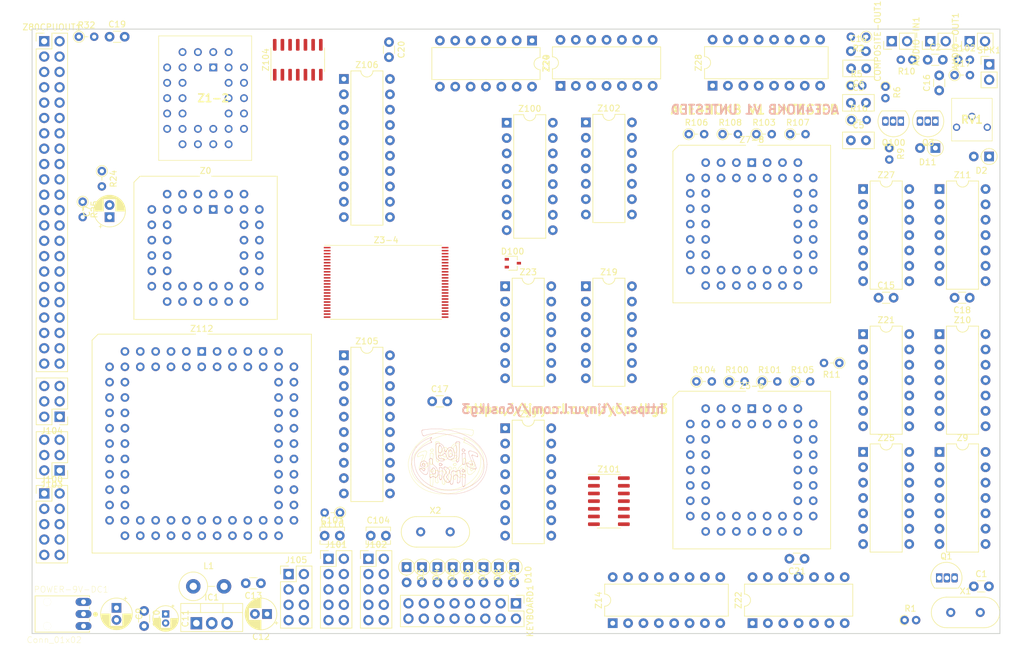
<source format=kicad_pcb>
(kicad_pcb (version 20171130) (host pcbnew "(5.1.4)-1")
  (title_block (title ACE4NOKB) (date 2019-09-14) (rev Alpha) (company Ontobus) (comment 1 "John Bradley") (comment 2 https://creativecommons.org/licenses/by-nc-sa/4.0/) (comment 3 "Attribution-NonCommercial-ShareAlike 4.0 International License.") (comment 4 "This work is licensed under a Creative Commons "))
  (layers (0 Top signal) (31 Bottom signal) (34 B.Paste user) (35 F.Paste user) (36 B.SilkS user) (37 F.SilkS user) (38 B.Mask user) (39 F.Mask user) (44 Edge.Cuts user))
  (net 0 "")
  (net 1 GND)
  (net 2 "Net-(Z24-Pad10)")
  (net 3 "Net-(Z24-Pad1)")
  (net 4 "Net-(Z22-Pad12)")
  (net 5 "Net-(Z22-Pad2)")
  (net 6 "Net-(Z20-Pad5)")
  (net 7 "Net-(C3-Pad2)")
  (net 8 "Net-(Z20-Pad11)")
  (net 9 "Net-(Z11-Pad12)")
  (net 10 "Net-(Z20-Pad8)")
  (net 11 "Net-(Z20-Pad1)")
  (net 12 "Net-(Z10-Pad2)")
  (net 13 "Net-(Z23-Pad12)")
  (net 14 "Net-(C5-Pad2)")
  (net 15 "Net-(Z27-Pad6)")
  (net 16 "Net-(Z27-Pad8)")
  (net 17 "Net-(Z9-Pad10)")
  (net 18 "Net-(Z9-Pad9)")
  (net 19 "Net-(Z9-Pad8)")
  (net 20 "Net-(Z10-Pad8)")
  (net 21 "Net-(Z11-Pad9)")
  (net 22 "Net-(Z11-Pad8)")
  (net 23 "Net-(Q3-Pad2)")
  (net 24 "Net-(AUDIO-IN1-Pad1)")
  (net 25 "Net-(D3-Pad2)")
  (net 26 "Net-(D4-Pad2)")
  (net 27 "Net-(D5-Pad2)")
  (net 28 "Net-(D6-Pad2)")
  (net 29 "Net-(D7-Pad2)")
  (net 30 "Net-(D8-Pad2)")
  (net 31 "Net-(D9-Pad2)")
  (net 32 "Net-(D10-Pad2)")
  (net 33 "Net-(KEYBOARD1-Pad6)")
  (net 34 "Net-(KEYBOARD1-Pad10)")
  (net 35 "Net-(KEYBOARD1-Pad4)")
  (net 36 "Net-(KEYBOARD1-Pad8)")
  (net 37 "Net-(KEYBOARD1-Pad2)")
  (net 38 "Net-(KEYBOARD1-Pad16)")
  (net 39 "Net-(KEYBOARD1-Pad14)")
  (net 40 "Net-(KEYBOARD1-Pad12)")
  (net 41 "Net-(Z19-Pad5)")
  (net 42 "Net-(Z19-Pad3)")
  (net 43 "Net-(Z23-Pad6)")
  (net 44 "Net-(Z23-Pad5)")
  (net 45 "Net-(Z23-Pad4)")
  (net 46 +9V)
  (net 47 "Net-(C1-Pad1)")
  (net 48 "Net-(C6-Pad2)")
  (net 49 "Net-(Z5-6-Pad25)")
  (net 50 /MA15)
  (net 51 /MA18)
  (net 52 /MA14)
  (net 53 /MA17)
  (net 54 /MA13)
  (net 55 /MA16)
  (net 56 "Net-(R100-Pad2)")
  (net 57 "Net-(R101-Pad2)")
  (net 58 "Net-(R102-Pad2)")
  (net 59 "Net-(R103-Pad2)")
  (net 60 "Net-(Z101-Pad1)")
  (net 61 "Net-(Z101-Pad2)")
  (net 62 "Net-(Z101-Pad4)")
  (net 63 "Net-(Z101-Pad5)")
  (net 64 "Net-(Z102-Pad9)")
  (net 65 "Net-(Z100-Pad15)")
  (net 66 "Net-(Z100-Pad7)")
  (net 67 "Net-(Z102-Pad6)")
  (net 68 "Net-(Z102-Pad4)")
  (net 69 "Net-(Z102-Pad2)")
  (net 70 "Net-(Z5-6-Pad35)")
  (net 71 "Net-(Z7-8-Pad35)")
  (net 72 "Net-(Z7-8-Pad25)")
  (net 73 "Net-(R104-Pad2)")
  (net 74 "Net-(R105-Pad2)")
  (net 75 "Net-(R106-Pad2)")
  (net 76 "Net-(R107-Pad2)")
  (net 77 "Net-(IC1-Pad1)")
  (net 78 "Net-(R32-Pad2)")
  (net 79 +9Vsm)
  (net 80 +5V)
  (net 81 ~RESET)
  (net 82 /~BUSRQ)
  (net 83 /~WE)
  (net 84 ~NMI)
  (net 85 /~REFSH)
  (net 86 /~WAIT)
  (net 87 /~HALT)
  (net 88 /~BUSAK)
  (net 89 /~MREQ)
  (net 90 /~PAGED8K)
  (net 91 "Net-(Z100-Pad1)")
  (net 92 "Net-(Z100-Pad6)")
  (net 93 "Net-(Z101-Pad10)")
  (net 94 "Net-(Z19-Pad12)")
  (net 95 "Net-(Z19-Pad11)")
  (net 96 "Net-(Z0-Pad24)")
  (net 97 "Net-(Z0-Pad25)")
  (net 98 "Net-(Z1-2-Pad1)")
  (net 99 "Net-(Z5-6-Pad33)")
  (net 100 "Net-(Z5-6-Pad31)")
  (net 101 "Net-(Z5-6-Pad29)")
  (net 102 "Net-(Z5-6-Pad27)")
  (net 103 "Net-(Z5-6-Pad32)")
  (net 104 "Net-(Z5-6-Pad30)")
  (net 105 "Net-(Z5-6-Pad28)")
  (net 106 /KIO/PA5)
  (net 107 /KIO/PA4)
  (net 108 /KIO/PA6)
  (net 109 /KIO/PA3)
  (net 110 /KIO/PA7)
  (net 111 /KIO/PA2)
  (net 112 /KIO/ARDY)
  (net 113 /KIO/PA1)
  (net 114 /KIO/~ASTB)
  (net 115 /KIO/PA0)
  (net 116 /KIO/PB5)
  (net 117 /KIO/PB4)
  (net 118 /KIO/PB6)
  (net 119 /KIO/PB3)
  (net 120 /KIO/PB7)
  (net 121 /KIO/PB2)
  (net 122 /KIO/BRDY)
  (net 123 /KIO/PB1)
  (net 124 /KIO/~BSTB)
  (net 125 /KIO/PB0)
  (net 126 /KIO/PC5)
  (net 127 /KIO/PC4)
  (net 128 /KIO/PC6)
  (net 129 /KIO/PC3)
  (net 130 /KIO/PC7)
  (net 131 /KIO/PC2)
  (net 132 "Net-(J102-Pad4)")
  (net 133 /KIO/PC1)
  (net 134 "Net-(J102-Pad2)")
  (net 135 /KIO/PC0)
  (net 136 /KIO/~CTSA)
  (net 137 /KIO/~RxCA)
  (net 138 /KIO/~DCDA)
  (net 139 /KIO/~TxCA)
  (net 140 /KIO/RxDA)
  (net 141 /KIO/TxDA)
  (net 142 /KIO/~CTSB)
  (net 143 /KIO/~RxCB)
  (net 144 /KIO/~DCDB)
  (net 145 /KIO/~TxCB)
  (net 146 /KIO/RxDB)
  (net 147 /KIO/TxDB)
  (net 148 /KIO/ZC\TO3)
  (net 149 "Net-(J105-Pad7)")
  (net 150 /KIO/ZC\TO2)
  (net 151 /KIO/CLK\TRG2)
  (net 152 /KIO/ZC\TO1)
  (net 153 /KIO/CLK\TRG1)
  (net 154 /KIO/ZC\TO0)
  (net 155 /KIO/CLK\TRG0)
  (net 156 DA6)
  (net 157 DA4)
  (net 158 DA2)
  (net 159 DA0)
  (net 160 ~INT)
  (net 161 DA7)
  (net 162 DA5)
  (net 163 DA3)
  (net 164 DA1)
  (net 165 "Net-(Z112-Pad55)")
  (net 166 "Net-(Z112-Pad52)")
  (net 167 CLK\TRG3)
  (net 168 ~IOREQ)
  (net 169 ~RD)
  (net 170 ~KIOCS)
  (net 171 A10)
  (net 172 A8)
  (net 173 ~M1)
  (net 174 A11)
  (net 175 A9)
  (net 176 "Net-(Z1-2-Pad31)")
  (net 177 "Net-(C1-Pad2)")
  (net 178 "Net-(C2-Pad1)")
  (net 179 "Net-(COMPOSITE-OUT1-Pad1)")
  (net 180 /CompositeVid/VIDEO)
  (net 181 "Net-(D11-Pad1)")
  (net 182 "Net-(D100-Pad3)")
  (net 183 "Net-(D100-Pad2)")
  (net 184 "Net-(Q100-Pad1)")
  (net 185 "Net-(R9-Pad2)")
  (net 186 "Net-(R11-Pad2)")
  (net 187 "Net-(RV1-Pad3)")
  (net 188 A5)
  (net 189 A3)
  (net 190 A1)
  (net 191 A6)
  (net 192 A4)
  (net 193 A2)
  (net 194 A0)
  (net 195 ~WR)
  (net 196 A7)
  (net 197 /CompositeVid/SCREENX0)
  (net 198 /CompositeVid/CNT2)
  (net 199 /CompositeVid/SCREENX1)
  (net 200 /CompositeVid/CNT1)
  (net 201 /CompositeVid/CNT0)
  (net 202 /CompositeVid/~VIDEOCLK)
  (net 203 /CompositeVid/EOL)
  (net 204 /CompositeVid/SCREENX4)
  (net 205 /CompositeVid/FONTCHAR0)
  (net 206 /CompositeVid/SCREENX3)
  (net 207 /CompositeVid/FONTCHAR1)
  (net 208 /CompositeVid/SCREENX2)
  (net 209 /CompositeVid/FONTCHAR2)
  (net 210 /CompositeVid/SCREENY3)
  (net 211 /CompositeVid/SCREENY2)
  (net 212 /CompositeVid/SCREENY4)
  (net 213 /CompositeVid/SCREENY1)
  (net 214 /CompositeVid/ENDOFSCR)
  (net 215 /CompositeVid/SCREENY0)
  (net 216 /CompositeVid/SH~LD)
  (net 217 /CompositeVid/VIDEN)
  (net 218 /CompositeVid/INVERTCHAR)
  (net 219 "Net-(Z23-Pad13)")
  (net 220 "Net-(Z28-Pad5)")
  (net 221 "Net-(Z28-Pad12)")
  (net 222 "Net-(Z28-Pad4)")
  (net 223 "Net-(Z28-Pad11)")
  (net 224 "Net-(Z28-Pad3)")
  (net 225 "Net-(Z28-Pad10)")
  (net 226 "Net-(Z28-Pad2)")
  (net 227 "Net-(Z28-Pad1)")
  (net 228 ~CHARRAMSEL)
  (net 229 ~VIDEORAMSEL)
  (net 230 "Net-(Z0-Pad12)")
  (net 231 "Net-(Z0-Pad6)")
  (net 232 PHI)
  (net 233 "Net-(C103-Pad2)")
  (net 234 "Net-(C104-Pad2)")
  (net 235 "Net-(Z101-Pad3)")
  (net 236 "Net-(Z104-Pad13)")
  (net 237 "Net-(Z104-Pad10)")
  (net 238 "Net-(Z104-Pad9)")
  (net 239 "Net-(AUDIO-OUT1-Pad2)")
  (net 240 A15)
  (net 241 A14)
  (net 242 A13)
  (net 243 A12)
  (net 244 "Net-(R10-Pad1)")
  (net 245 "Net-(R108-Pad2)")
  (net 246 "Net-(Z102-Pad5)")
  (net 247 ~TAPECS)
  (net 248 /~PAGING)
  (net 249 /~IOREQ&11111111B)
  (net 250 "Net-(Z19-Pad13)")
  (net 251 "Net-(Z19-Pad10)")
  (net 252 "Net-(Z19-Pad9)")
  (net 253 "Net-(Z101-Pad13)")
  (net 254 "Net-(Z101-Pad9)")
  (net 255 "Net-(Z102-Pad11)")
  (net 256 "Net-(Z102-Pad10)")
  (net 257 "Net-(Z19-Pad8)")
  (net 258 "Net-(Z22-Pad11)")
  (net 259 /MA20)
  (net 260 /MA19)
  (net 261 "Net-(Z102-Pad12)")
  (net 262 "Net-(Z3-4-Pad43)")
  (net 263 "Net-(Z3-4-Pad41)")
  (net 264 "Net-(Z3-4-Pad39)")
  (net 265 "Net-(Z3-4-Pad36)")
  (net 266 "Net-(Z3-4-Pad34)")
  (net 267 "Net-(Z3-4-Pad32)")
  (net 268 "Net-(Z3-4-Pad30)")
  (net 269 "Net-(Z3-4-Pad15)")
  (net 270 "Net-(Z3-4-Pad14)")
  (net 271 "Net-(Z3-4-Pad13)")
  (net 272 "Net-(Z3-4-Pad10)")
  (net 273 "Net-(Z1-2-Pad22)")
  (net 274 "Net-(Z1-2-Pad30)")
  (net 275 "Net-(Z105-Pad11)")
  (module Package_DIP:DIP-20_W7.62mm (layer Top) (at 129.54 55.245)
    (fp_text reference Z106 (at 3.81 -2.33) (layer F.SilkS))
    (fp_text value SN74AHCT541N)
    (pad 20 thru_hole oval (at 7.62 0) (size 1.6 1.6) (drill 0.8) (layers *.Cu *.Mask) (net 80 +5V))
    (pad 10 thru_hole oval (at 0 22.86) (size 1.6 1.6) (drill 0.8) (layers *.Cu *.Mask) (net 1 GND))
    (pad 19 thru_hole oval (at 7.62 2.54) (size 1.6 1.6) (drill 0.8) (layers *.Cu *.Mask) (net 69 "Net-(Z102-Pad2)"))
    (pad 9 thru_hole oval (at 0 20.32) (size 1.6 1.6) (drill 0.8) (layers *.Cu *.Mask) (net 1 GND))
    (pad 18 thru_hole oval (at 7.62 5.08) (size 1.6 1.6) (drill 0.8) (layers *.Cu *.Mask) (net 54 /MA13))
    (pad 8 thru_hole oval (at 0 17.78) (size 1.6 1.6) (drill 0.8) (layers *.Cu *.Mask) (net 1 GND))
    (pad 17 thru_hole oval (at 7.62 7.62) (size 1.6 1.6) (drill 0.8) (layers *.Cu *.Mask) (net 52 /MA14))
    (pad 7 thru_hole oval (at 0 15.24) (size 1.6 1.6) (drill 0.8) (layers *.Cu *.Mask) (net 1 GND))
    (pad 16 thru_hole oval (at 7.62 10.16) (size 1.6 1.6) (drill 0.8) (layers *.Cu *.Mask) (net 50 /MA15))
    (pad 6 thru_hole oval (at 0 12.7) (size 1.6 1.6) (drill 0.8) (layers *.Cu *.Mask) (net 1 GND))
    (pad 15 thru_hole oval (at 7.62 12.7) (size 1.6 1.6) (drill 0.8) (layers *.Cu *.Mask) (net 55 /MA16))
    (pad 5 thru_hole oval (at 0 10.16) (size 1.6 1.6) (drill 0.8) (layers *.Cu *.Mask) (net 1 GND))
    (pad 14 thru_hole oval (at 7.62 15.24) (size 1.6 1.6) (drill 0.8) (layers *.Cu *.Mask) (net 53 /MA17))
    (pad 4 thru_hole oval (at 0 7.62) (size 1.6 1.6) (drill 0.8) (layers *.Cu *.Mask) (net 240 A15))
    (pad 13 thru_hole oval (at 7.62 17.78) (size 1.6 1.6) (drill 0.8) (layers *.Cu *.Mask) (net 51 /MA18))
    (pad 3 thru_hole oval (at 0 5.08) (size 1.6 1.6) (drill 0.8) (layers *.Cu *.Mask) (net 241 A14))
    (pad 12 thru_hole oval (at 7.62 20.32) (size 1.6 1.6) (drill 0.8) (layers *.Cu *.Mask) (net 260 /MA19))
    (pad 2 thru_hole oval (at 0 2.54) (size 1.6 1.6) (drill 0.8) (layers *.Cu *.Mask) (net 242 A13))
    (pad 11 thru_hole oval (at 7.62 22.86) (size 1.6 1.6) (drill 0.8) (layers *.Cu *.Mask) (net 259 /MA20))
    (pad 1 thru_hole rect (at 0 0) (size 1.6 1.6) (drill 0.8) (layers *.Cu *.Mask) (net 89 /~MREQ))
  )
  (module Package_SO:TSOP-I-48_18.4x12mm_P0.5mm (layer Top) (at 136.525 88.9)
    (fp_text reference Z3-4 (at 0 -7) (layer F.SilkS))
    (fp_text value "CY62167ELL-45ZXI ")
    (pad 48 smd rect (at 9.75 -5.75) (size 1.1 0.25) (layers Top F.Paste F.Mask) (net 55 /MA16))
    (pad 47 smd rect (at 9.75 -5.25) (size 1.1 0.25) (layers Top F.Paste F.Mask) (net 1 GND))
    (pad 46 smd rect (at 9.75 -4.75) (size 1.1 0.25) (layers Top F.Paste F.Mask) (net 1 GND))
    (pad 45 smd rect (at 9.75 -4.25) (size 1.1 0.25) (layers Top F.Paste F.Mask) (net 259 /MA20))
    (pad 44 smd rect (at 9.75 -3.75) (size 1.1 0.25) (layers Top F.Paste F.Mask) (net 161 DA7))
    (pad 43 smd rect (at 9.75 -3.25) (size 1.1 0.25) (layers Top F.Paste F.Mask) (net 262 "Net-(Z3-4-Pad43)"))
    (pad 42 smd rect (at 9.75 -2.75) (size 1.1 0.25) (layers Top F.Paste F.Mask) (net 156 DA6))
    (pad 41 smd rect (at 9.75 -2.25) (size 1.1 0.25) (layers Top F.Paste F.Mask) (net 263 "Net-(Z3-4-Pad41)"))
    (pad 40 smd rect (at 9.75 -1.75) (size 1.1 0.25) (layers Top F.Paste F.Mask) (net 162 DA5))
    (pad 39 smd rect (at 9.75 -1.25) (size 1.1 0.25) (layers Top F.Paste F.Mask) (net 264 "Net-(Z3-4-Pad39)"))
    (pad 38 smd rect (at 9.75 -0.75) (size 1.1 0.25) (layers Top F.Paste F.Mask) (net 157 DA4))
    (pad 37 smd rect (at 9.75 -0.25) (size 1.1 0.25) (layers Top F.Paste F.Mask) (net 80 +5V))
    (pad 36 smd rect (at 9.75 0.25) (size 1.1 0.25) (layers Top F.Paste F.Mask) (net 265 "Net-(Z3-4-Pad36)"))
    (pad 35 smd rect (at 9.75 0.75) (size 1.1 0.25) (layers Top F.Paste F.Mask) (net 163 DA3))
    (pad 34 smd rect (at 9.75 1.25) (size 1.1 0.25) (layers Top F.Paste F.Mask) (net 266 "Net-(Z3-4-Pad34)"))
    (pad 33 smd rect (at 9.75 1.75) (size 1.1 0.25) (layers Top F.Paste F.Mask) (net 158 DA2))
    (pad 32 smd rect (at 9.75 2.25) (size 1.1 0.25) (layers Top F.Paste F.Mask) (net 267 "Net-(Z3-4-Pad32)"))
    (pad 31 smd rect (at 9.75 2.75) (size 1.1 0.25) (layers Top F.Paste F.Mask) (net 164 DA1))
    (pad 30 smd rect (at 9.75 3.25) (size 1.1 0.25) (layers Top F.Paste F.Mask) (net 268 "Net-(Z3-4-Pad30)"))
    (pad 29 smd rect (at 9.75 3.75) (size 1.1 0.25) (layers Top F.Paste F.Mask) (net 159 DA0))
    (pad 28 smd rect (at 9.75 4.25) (size 1.1 0.25) (layers Top F.Paste F.Mask) (net 169 ~RD))
    (pad 27 smd rect (at 9.75 4.75) (size 1.1 0.25) (layers Top F.Paste F.Mask) (net 1 GND))
    (pad 26 smd rect (at 9.75 5.25) (size 1.1 0.25) (layers Top F.Paste F.Mask) (net 261 "Net-(Z102-Pad12)"))
    (pad 24 smd rect (at -9.75 5.75) (size 1.1 0.25) (layers Top F.Paste F.Mask) (net 190 A1))
    (pad 23 smd rect (at -9.75 5.25) (size 1.1 0.25) (layers Top F.Paste F.Mask) (net 193 A2))
    (pad 22 smd rect (at -9.75 4.75) (size 1.1 0.25) (layers Top F.Paste F.Mask) (net 189 A3))
    (pad 21 smd rect (at -9.75 4.25) (size 1.1 0.25) (layers Top F.Paste F.Mask) (net 192 A4))
    (pad 20 smd rect (at -9.75 3.75) (size 1.1 0.25) (layers Top F.Paste F.Mask) (net 188 A5))
    (pad 19 smd rect (at -9.75 3.25) (size 1.1 0.25) (layers Top F.Paste F.Mask) (net 191 A6))
    (pad 18 smd rect (at -9.75 2.75) (size 1.1 0.25) (layers Top F.Paste F.Mask) (net 196 A7))
    (pad 17 smd rect (at -9.75 2.25) (size 1.1 0.25) (layers Top F.Paste F.Mask) (net 53 /MA17))
    (pad 16 smd rect (at -9.75 1.75) (size 1.1 0.25) (layers Top F.Paste F.Mask) (net 51 /MA18))
    (pad 15 smd rect (at -9.75 1.25) (size 1.1 0.25) (layers Top F.Paste F.Mask) (net 269 "Net-(Z3-4-Pad15)"))
    (pad 14 smd rect (at -9.75 0.75) (size 1.1 0.25) (layers Top F.Paste F.Mask) (net 270 "Net-(Z3-4-Pad14)"))
    (pad 13 smd rect (at -9.75 0.25) (size 1.1 0.25) (layers Top F.Paste F.Mask) (net 271 "Net-(Z3-4-Pad13)"))
    (pad 12 smd rect (at -9.75 -0.25) (size 1.1 0.25) (layers Top F.Paste F.Mask) (net 78 "Net-(R32-Pad2)"))
    (pad 11 smd rect (at -9.75 -0.75) (size 1.1 0.25) (layers Top F.Paste F.Mask) (net 195 ~WR))
    (pad 10 smd rect (at -9.75 -1.25) (size 1.1 0.25) (layers Top F.Paste F.Mask) (net 272 "Net-(Z3-4-Pad10)"))
    (pad 9 smd rect (at -9.75 -1.75) (size 1.1 0.25) (layers Top F.Paste F.Mask) (net 260 /MA19))
    (pad 8 smd rect (at -9.75 -2.25) (size 1.1 0.25) (layers Top F.Paste F.Mask) (net 172 A8))
    (pad 7 smd rect (at -9.75 -2.75) (size 1.1 0.25) (layers Top F.Paste F.Mask) (net 175 A9))
    (pad 6 smd rect (at -9.75 -3.25) (size 1.1 0.25) (layers Top F.Paste F.Mask) (net 171 A10))
    (pad 5 smd rect (at -9.75 -3.75) (size 1.1 0.25) (layers Top F.Paste F.Mask) (net 174 A11))
    (pad 4 smd rect (at -9.75 -4.25) (size 1.1 0.25) (layers Top F.Paste F.Mask) (net 243 A12))
    (pad 3 smd rect (at -9.75 -4.75) (size 1.1 0.25) (layers Top F.Paste F.Mask) (net 54 /MA13))
    (pad 2 smd rect (at -9.75 -5.25) (size 1.1 0.25) (layers Top F.Paste F.Mask) (net 52 /MA14))
    (pad 25 smd rect (at 9.75 5.75) (size 1.1 0.25) (layers Top F.Paste F.Mask) (net 194 A0))
    (pad 1 smd rect (at -9.75 -5.75) (size 1.1 0.25) (layers Top F.Paste F.Mask) (net 50 /MA15))
  )
  (module Package_DIP:DIP-20_W7.62mm (layer Top) (at 129.54 100.965)
    (fp_text reference Z105 (at 3.81 -2.33) (layer F.SilkS))
    (fp_text value "SN74AHCT374N ")
    (pad 20 thru_hole oval (at 7.62 0) (size 1.6 1.6) (drill 0.8) (layers *.Cu *.Mask) (net 80 +5V))
    (pad 10 thru_hole oval (at 0 22.86) (size 1.6 1.6) (drill 0.8) (layers *.Cu *.Mask) (net 1 GND))
    (pad 19 thru_hole oval (at 7.62 2.54) (size 1.6 1.6) (drill 0.8) (layers *.Cu *.Mask) (net 259 /MA20))
    (pad 9 thru_hole oval (at 0 20.32) (size 1.6 1.6) (drill 0.8) (layers *.Cu *.Mask) (net 55 /MA16))
    (pad 18 thru_hole oval (at 7.62 5.08) (size 1.6 1.6) (drill 0.8) (layers *.Cu *.Mask) (net 161 DA7))
    (pad 8 thru_hole oval (at 0 17.78) (size 1.6 1.6) (drill 0.8) (layers *.Cu *.Mask) (net 163 DA3))
    (pad 17 thru_hole oval (at 7.62 7.62) (size 1.6 1.6) (drill 0.8) (layers *.Cu *.Mask) (net 156 DA6))
    (pad 7 thru_hole oval (at 0 15.24) (size 1.6 1.6) (drill 0.8) (layers *.Cu *.Mask) (net 158 DA2))
    (pad 16 thru_hole oval (at 7.62 10.16) (size 1.6 1.6) (drill 0.8) (layers *.Cu *.Mask) (net 260 /MA19))
    (pad 6 thru_hole oval (at 0 12.7) (size 1.6 1.6) (drill 0.8) (layers *.Cu *.Mask) (net 50 /MA15))
    (pad 15 thru_hole oval (at 7.62 12.7) (size 1.6 1.6) (drill 0.8) (layers *.Cu *.Mask) (net 51 /MA18))
    (pad 5 thru_hole oval (at 0 10.16) (size 1.6 1.6) (drill 0.8) (layers *.Cu *.Mask) (net 52 /MA14))
    (pad 14 thru_hole oval (at 7.62 15.24) (size 1.6 1.6) (drill 0.8) (layers *.Cu *.Mask) (net 162 DA5))
    (pad 4 thru_hole oval (at 0 7.62) (size 1.6 1.6) (drill 0.8) (layers *.Cu *.Mask) (net 164 DA1))
    (pad 13 thru_hole oval (at 7.62 17.78) (size 1.6 1.6) (drill 0.8) (layers *.Cu *.Mask) (net 157 DA4))
    (pad 3 thru_hole oval (at 0 5.08) (size 1.6 1.6) (drill 0.8) (layers *.Cu *.Mask) (net 159 DA0))
    (pad 12 thru_hole oval (at 7.62 20.32) (size 1.6 1.6) (drill 0.8) (layers *.Cu *.Mask) (net 53 /MA17))
    (pad 2 thru_hole oval (at 0 2.54) (size 1.6 1.6) (drill 0.8) (layers *.Cu *.Mask) (net 54 /MA13))
    (pad 11 thru_hole oval (at 7.62 22.86) (size 1.6 1.6) (drill 0.8) (layers *.Cu *.Mask) (net 275 "Net-(Z105-Pad11)"))
    (pad 1 thru_hole rect (at 0 0) (size 1.6 1.6) (drill 0.8) (layers *.Cu *.Mask) (net 256 "Net-(Z102-Pad10)"))
  )
  (module Package_SO:SOIC-14_3.9x8.7mm_P1.27mm (layer Top) (at 121.92 52.07 90)
    (fp_text reference Z104 (at 0 -5.28 90) (layer F.SilkS))
    (fp_text value 74AHCT30D)
    (pad 14 smd roundrect (at 2.475 -3.81 90) (size 1.95 0.6) (layers Top F.Paste F.Mask) (net 80 +5V))
    (pad 13 smd roundrect (at 2.475 -2.54 90) (size 1.95 0.6) (layers Top F.Paste F.Mask) (net 236 "Net-(Z104-Pad13)"))
    (pad 12 smd roundrect (at 2.475 -1.27 90) (size 1.95 0.6) (layers Top F.Paste F.Mask) (net 196 A7))
    (pad 11 smd roundrect (at 2.475 0 90) (size 1.95 0.6) (layers Top F.Paste F.Mask) (net 191 A6))
    (pad 10 smd roundrect (at 2.475 1.27 90) (size 1.95 0.6) (layers Top F.Paste F.Mask) (net 237 "Net-(Z104-Pad10)"))
    (pad 9 smd roundrect (at 2.475 2.54 90) (size 1.95 0.6) (layers Top F.Paste F.Mask) (net 238 "Net-(Z104-Pad9)"))
    (pad 8 smd roundrect (at 2.475 3.81 90) (size 1.95 0.6) (layers Top F.Paste F.Mask) (net 65 "Net-(Z100-Pad15)"))
    (pad 7 smd roundrect (at -2.475 3.81 90) (size 1.95 0.6) (layers Top F.Paste F.Mask) (net 1 GND))
    (pad 6 smd roundrect (at -2.475 2.54 90) (size 1.95 0.6) (layers Top F.Paste F.Mask) (net 188 A5))
    (pad 5 smd roundrect (at -2.475 1.27 90) (size 1.95 0.6) (layers Top F.Paste F.Mask) (net 192 A4))
    (pad 4 smd roundrect (at -2.475 0 90) (size 1.95 0.6) (layers Top F.Paste F.Mask) (net 189 A3))
    (pad 3 smd roundrect (at -2.475 -1.27 90) (size 1.95 0.6) (layers Top F.Paste F.Mask) (net 193 A2))
    (pad 2 smd roundrect (at -2.475 -2.54 90) (size 1.95 0.6) (layers Top F.Paste F.Mask) (net 68 "Net-(Z102-Pad4)"))
    (pad 1 smd roundrect (at -2.475 -3.81 90) (size 1.95 0.6) (layers Top F.Paste F.Mask) (net 68 "Net-(Z102-Pad4)"))
  )
  (module Package_SO:SOIC-14_3.9x8.7mm_P1.27mm (layer Top) (at 173.355 125.095)
    (fp_text reference Z101 (at 0 -5.28) (layer F.SilkS))
    (fp_text value 74AHCT30D)
    (pad 14 smd roundrect (at 2.475 -3.81) (size 1.95 0.6) (layers Top F.Paste F.Mask) (net 80 +5V))
    (pad 13 smd roundrect (at 2.475 -2.54) (size 1.95 0.6) (layers Top F.Paste F.Mask) (net 253 "Net-(Z101-Pad13)"))
    (pad 12 smd roundrect (at 2.475 -1.27) (size 1.95 0.6) (layers Top F.Paste F.Mask) (net 90 /~PAGED8K))
    (pad 11 smd roundrect (at 2.475 0) (size 1.95 0.6) (layers Top F.Paste F.Mask) (net 90 /~PAGED8K))
    (pad 10 smd roundrect (at 2.475 1.27) (size 1.95 0.6) (layers Top F.Paste F.Mask) (net 93 "Net-(Z101-Pad10)"))
    (pad 9 smd roundrect (at 2.475 2.54) (size 1.95 0.6) (layers Top F.Paste F.Mask) (net 254 "Net-(Z101-Pad9)"))
    (pad 8 smd roundrect (at 2.475 3.81) (size 1.95 0.6) (layers Top F.Paste F.Mask) (net 78 "Net-(R32-Pad2)"))
    (pad 7 smd roundrect (at -2.475 3.81) (size 1.95 0.6) (layers Top F.Paste F.Mask) (net 1 GND))
    (pad 6 smd roundrect (at -2.475 2.54) (size 1.95 0.6) (layers Top F.Paste F.Mask) (net 90 /~PAGED8K))
    (pad 5 smd roundrect (at -2.475 1.27) (size 1.95 0.6) (layers Top F.Paste F.Mask) (net 63 "Net-(Z101-Pad5)"))
    (pad 4 smd roundrect (at -2.475 0) (size 1.95 0.6) (layers Top F.Paste F.Mask) (net 62 "Net-(Z101-Pad4)"))
    (pad 3 smd roundrect (at -2.475 -1.27) (size 1.95 0.6) (layers Top F.Paste F.Mask) (net 235 "Net-(Z101-Pad3)"))
    (pad 2 smd roundrect (at -2.475 -2.54) (size 1.95 0.6) (layers Top F.Paste F.Mask) (net 61 "Net-(Z101-Pad2)"))
    (pad 1 smd roundrect (at -2.475 -3.81) (size 1.95 0.6) (layers Top F.Paste F.Mask) (net 60 "Net-(Z101-Pad1)"))
  )
  (module Resistor_THT:R_Axial_DIN0204_L3.6mm_D1.6mm_P2.54mm_Vertical (layer Top) (at 192.151 64.376)
    (fp_text reference R108 (at 1.27 -1.92) (layer F.SilkS))
    (fp_text value 270)
    (pad 2 thru_hole oval (at 2.54 0) (size 1.4 1.4) (drill 0.7) (layers *.Cu *.Mask) (net 245 "Net-(R108-Pad2)"))
    (pad 1 thru_hole circle (at 0 0) (size 1.4 1.4) (drill 0.7) (layers *.Cu *.Mask) (net 80 +5V))
  )
  (module Resistor_THT:R_Axial_DIN0204_L3.6mm_D1.6mm_P1.90mm_Vertical (layer Top) (at 231.14 52.07)
    (fp_text reference R102 (at 0.95 -1.92) (layer F.SilkS))
    (fp_text value 200)
    (pad 2 thru_hole oval (at 1.9 0) (size 1.4 1.4) (drill 0.7) (layers *.Cu *.Mask) (net 58 "Net-(R102-Pad2)"))
    (pad 1 thru_hole circle (at 0 0) (size 1.4 1.4) (drill 0.7) (layers *.Cu *.Mask) (net 14 "Net-(C5-Pad2)"))
  )
  (module Resistor_THT:R_Axial_DIN0204_L3.6mm_D1.6mm_P1.90mm_Vertical (layer Top) (at 223.52 52.07 180)
    (fp_text reference R10 (at 0.95 -1.92) (layer F.SilkS))
    (fp_text value 10k)
    (pad 2 thru_hole oval (at 1.9 0 180) (size 1.4 1.4) (drill 0.7) (layers *.Cu *.Mask) (net 48 "Net-(C6-Pad2)"))
    (pad 1 thru_hole circle (at 0 0 180) (size 1.4 1.4) (drill 0.7) (layers *.Cu *.Mask) (net 244 "Net-(R10-Pad1)"))
  )
  (module Resistor_THT:R_Axial_DIN0204_L3.6mm_D1.6mm_P1.90mm_Vertical (layer Top) (at 219.71 66.675 270)
    (fp_text reference R9 (at 0.95 -1.92 90) (layer F.SilkS))
    (fp_text value 22k)
    (pad 2 thru_hole oval (at 1.9 0 270) (size 1.4 1.4) (drill 0.7) (layers *.Cu *.Mask) (net 185 "Net-(R9-Pad2)"))
    (pad 1 thru_hole circle (at 0 0 270) (size 1.4 1.4) (drill 0.7) (layers *.Cu *.Mask) (net 23 "Net-(Q3-Pad2)"))
  )
  (module Resistor_THT:R_Axial_DIN0204_L3.6mm_D1.6mm_P1.90mm_Vertical (layer Top) (at 219.075 56.515 270)
    (fp_text reference R6 (at 0.95 -1.92 90) (layer F.SilkS))
    (fp_text value 12k)
    (pad 2 thru_hole oval (at 1.9 0 270) (size 1.4 1.4) (drill 0.7) (layers *.Cu *.Mask) (net 7 "Net-(C3-Pad2)"))
    (pad 1 thru_hole circle (at 0 0 270) (size 1.4 1.4) (drill 0.7) (layers *.Cu *.Mask) (net 1 GND))
  )
  (module Resistor_THT:R_Axial_DIN0204_L3.6mm_D1.6mm_P1.90mm_Vertical (layer Top) (at 213.36 56.3477)
    (fp_text reference R5 (at 0.95 -1.92) (layer F.SilkS))
    (fp_text value 1K)
    (pad 2 thru_hole oval (at 1.9 0) (size 1.4 1.4) (drill 0.7) (layers *.Cu *.Mask) (net 24 "Net-(AUDIO-IN1-Pad1)"))
    (pad 1 thru_hole circle (at 0 0) (size 1.4 1.4) (drill 0.7) (layers *.Cu *.Mask) (net 1 GND))
  )
  (module Package_TO_SOT_THT:TO-92L_Inline (layer Top) (at 227.33 62.23 180)
    (fp_text reference Q3 (at 1.19 -3.56) (layer F.SilkS))
    (fp_text value BC183)
    (pad 1 thru_hole rect (at 0 0 180) (size 1.05 1.5) (drill 0.75) (layers *.Cu *.Mask) (net 14 "Net-(C5-Pad2)"))
    (pad 3 thru_hole roundrect (at 2.54 0 180) (size 1.05 1.5) (drill 0.75) (layers *.Cu *.Mask) (net 1 GND))
    (pad 2 thru_hole roundrect (at 1.27 0 180) (size 1.05 1.5) (drill 0.75) (layers *.Cu *.Mask) (net 23 "Net-(Q3-Pad2)"))
  )
  (module Capacitor_THT:C_Disc_D5.0mm_W2.5mm_P2.50mm (layer Top) (at 215.9 53.5018 180)
    (fp_text reference C6 (at 1.25 -2.5) (layer F.SilkS))
    (fp_text value 47nF)
    (pad 2 thru_hole circle (at 2.5 0 180) (size 1.6 1.6) (drill 0.8) (layers *.Cu *.Mask) (net 48 "Net-(C6-Pad2)"))
    (pad 1 thru_hole circle (at 0 0 180) (size 1.6 1.6) (drill 0.8) (layers *.Cu *.Mask) (net 239 "Net-(AUDIO-OUT1-Pad2)"))
  )
  (module Capacitor_THT:C_Disc_D5.0mm_W2.5mm_P2.50mm (layer Top) (at 213.36 65.405)
    (fp_text reference C5 (at 1.25 -2.5) (layer F.SilkS))
    (fp_text value 47pF)
    (pad 2 thru_hole circle (at 2.5 0) (size 1.6 1.6) (drill 0.8) (layers *.Cu *.Mask) (net 14 "Net-(C5-Pad2)"))
    (pad 1 thru_hole circle (at 0 0) (size 1.6 1.6) (drill 0.8) (layers *.Cu *.Mask) (net 239 "Net-(AUDIO-OUT1-Pad2)"))
  )
  (module Capacitor_THT:C_Disc_D5.0mm_W2.5mm_P2.50mm (layer Top) (at 213.36 59.1936)
    (fp_text reference C3 (at 1.25 -2.5) (layer F.SilkS))
    (fp_text value 47nF)
    (pad 2 thru_hole circle (at 2.5 0) (size 1.6 1.6) (drill 0.8) (layers *.Cu *.Mask) (net 7 "Net-(C3-Pad2)"))
    (pad 1 thru_hole circle (at 0 0) (size 1.6 1.6) (drill 0.8) (layers *.Cu *.Mask) (net 24 "Net-(AUDIO-IN1-Pad1)"))
  )
  (module Connector_PinHeader_2.54mm:PinHeader_1x02_P2.54mm_Vertical (layer Top) (at 236.22 52.832)
    (fp_text reference SPK1 (at 0 -2.33) (layer F.SilkS))
    (fp_text value SPk1)
    (pad 2 thru_hole oval (at 0 2.54) (size 1.7 1.7) (drill 1) (layers *.Cu *.Mask) (net 80 +5V))
    (pad 1 thru_hole rect (at 0 0) (size 1.7 1.7) (drill 1) (layers *.Cu *.Mask) (net 58 "Net-(R102-Pad2)"))
  )
  (module Package_DIP:DIP-14_W7.62mm (layer Top) (at 215.392 73.46)
    (fp_text reference Z27 (at 3.81 -2.33) (layer F.SilkS))
    (fp_text value SN74AHCT74N)
    (pad 14 thru_hole oval (at 7.62 0) (size 1.6 1.6) (drill 0.8) (layers *.Cu *.Mask) (net 80 +5V))
    (pad 7 thru_hole oval (at 0 15.24) (size 1.6 1.6) (drill 0.8) (layers *.Cu *.Mask) (net 1 GND))
    (pad 13 thru_hole oval (at 7.62 2.54) (size 1.6 1.6) (drill 0.8) (layers *.Cu *.Mask) (net 80 +5V))
    (pad 6 thru_hole oval (at 0 12.7) (size 1.6 1.6) (drill 0.8) (layers *.Cu *.Mask) (net 15 "Net-(Z27-Pad6)"))
    (pad 12 thru_hole oval (at 7.62 5.08) (size 1.6 1.6) (drill 0.8) (layers *.Cu *.Mask) (net 8 "Net-(Z20-Pad11)"))
    (pad 5 thru_hole oval (at 0 10.16) (size 1.6 1.6) (drill 0.8) (layers *.Cu *.Mask) (net 244 "Net-(R10-Pad1)"))
    (pad 11 thru_hole oval (at 7.62 7.62) (size 1.6 1.6) (drill 0.8) (layers *.Cu *.Mask) (net 10 "Net-(Z20-Pad8)"))
    (pad 4 thru_hole oval (at 0 7.62) (size 1.6 1.6) (drill 0.8) (layers *.Cu *.Mask) (net 80 +5V))
    (pad 10 thru_hole oval (at 7.62 10.16) (size 1.6 1.6) (drill 0.8) (layers *.Cu *.Mask) (net 80 +5V))
    (pad 3 thru_hole oval (at 0 5.08) (size 1.6 1.6) (drill 0.8) (layers *.Cu *.Mask) (net 3 "Net-(Z24-Pad1)"))
    (pad 9 thru_hole oval (at 7.62 12.7) (size 1.6 1.6) (drill 0.8) (layers *.Cu *.Mask) (net 13 "Net-(Z23-Pad12)"))
    (pad 2 thru_hole oval (at 0 2.54) (size 1.6 1.6) (drill 0.8) (layers *.Cu *.Mask) (net 159 DA0))
    (pad 8 thru_hole oval (at 7.62 15.24) (size 1.6 1.6) (drill 0.8) (layers *.Cu *.Mask) (net 16 "Net-(Z27-Pad8)"))
    (pad 1 thru_hole rect (at 0 0) (size 1.6 1.6) (drill 0.8) (layers *.Cu *.Mask) (net 80 +5V))
  )
  (module Package_DIP:DIP-14_W7.62mm (layer Top) (at 160.655 48.895 270)
    (fp_text reference Z24 (at 3.81 -2.33 90) (layer F.SilkS))
    (fp_text value SN74AHCT02N)
    (pad 14 thru_hole oval (at 7.62 0 270) (size 1.6 1.6) (drill 0.8) (layers *.Cu *.Mask) (net 80 +5V))
    (pad 7 thru_hole oval (at 0 15.24 270) (size 1.6 1.6) (drill 0.8) (layers *.Cu *.Mask) (net 1 GND))
    (pad 13 thru_hole oval (at 7.62 2.54 270) (size 1.6 1.6) (drill 0.8) (layers *.Cu *.Mask) (net 185 "Net-(R9-Pad2)"))
    (pad 6 thru_hole oval (at 0 12.7 270) (size 1.6 1.6) (drill 0.8) (layers *.Cu *.Mask) (net 169 ~RD))
    (pad 12 thru_hole oval (at 7.62 5.08 270) (size 1.6 1.6) (drill 0.8) (layers *.Cu *.Mask) (net 246 "Net-(Z102-Pad5)"))
    (pad 5 thru_hole oval (at 0 10.16 270) (size 1.6 1.6) (drill 0.8) (layers *.Cu *.Mask) (net 247 ~TAPECS))
    (pad 11 thru_hole oval (at 7.62 7.62 270) (size 1.6 1.6) (drill 0.8) (layers *.Cu *.Mask) (net 2 "Net-(Z24-Pad10)"))
    (pad 4 thru_hole oval (at 0 7.62 270) (size 1.6 1.6) (drill 0.8) (layers *.Cu *.Mask) (net 246 "Net-(Z102-Pad5)"))
    (pad 10 thru_hole oval (at 7.62 10.16 270) (size 1.6 1.6) (drill 0.8) (layers *.Cu *.Mask) (net 2 "Net-(Z24-Pad10)"))
    (pad 3 thru_hole oval (at 0 5.08 270) (size 1.6 1.6) (drill 0.8) (layers *.Cu *.Mask) (net 195 ~WR))
    (pad 9 thru_hole oval (at 7.62 12.7 270) (size 1.6 1.6) (drill 0.8) (layers *.Cu *.Mask) (net 185 "Net-(R9-Pad2)"))
    (pad 2 thru_hole oval (at 0 2.54 270) (size 1.6 1.6) (drill 0.8) (layers *.Cu *.Mask) (net 247 ~TAPECS))
    (pad 8 thru_hole oval (at 7.62 15.24 270) (size 1.6 1.6) (drill 0.8) (layers *.Cu *.Mask) (net 3 "Net-(Z24-Pad1)"))
    (pad 1 thru_hole rect (at 0 0 270) (size 1.6 1.6) (drill 0.8) (layers *.Cu *.Mask) (net 3 "Net-(Z24-Pad1)"))
  )
  (module Connector_PinHeader_2.54mm:PinHeader_1x02_P2.54mm_Vertical (layer Top) (at 233 49 90)
    (fp_text reference AUDIO-OUT1 (at 0 -2.33 90) (layer F.SilkS))
    (fp_text value 332-02)
    (pad 2 thru_hole oval (at 0 2.54 90) (size 1.7 1.7) (drill 1) (layers *.Cu *.Mask) (net 239 "Net-(AUDIO-OUT1-Pad2)"))
    (pad 1 thru_hole rect (at 0 0 90) (size 1.7 1.7) (drill 1) (layers *.Cu *.Mask) (net 1 GND))
  )
  (module Connector_PinHeader_2.54mm:PinHeader_1x02_P2.54mm_Vertical (layer Top) (at 226.5 49 90)
    (fp_text reference AUDIO-IN1 (at 0 -2.33 90) (layer F.SilkS))
    (fp_text value 332-02)
    (pad 2 thru_hole oval (at 0 2.54 90) (size 1.7 1.7) (drill 1) (layers *.Cu *.Mask) (net 1 GND))
    (pad 1 thru_hole rect (at 0 0 90) (size 1.7 1.7) (drill 1) (layers *.Cu *.Mask) (net 24 "Net-(AUDIO-IN1-Pad1)"))
  )
  (module Diode_THT:D_DO-35_SOD27_P2.54mm_Vertical_AnodeUp (layer Top) (at 236.22 68.072 180)
    (fp_text reference D2 (at 1.27 -2.326371) (layer F.SilkS))
    (fp_text value 1N4148)
    (pad 2 thru_hole oval (at 2.54 0 180) (size 1.6 1.6) (drill 0.8) (layers *.Cu *.Mask) (net 14 "Net-(C5-Pad2)"))
    (pad 1 thru_hole rect (at 0 0 180) (size 1.6 1.6) (drill 0.8) (layers *.Cu *.Mask) (net 80 +5V))
  )
  (module Diode_THT:D_DO-35_SOD27_P2.54mm_Vertical_AnodeUp (layer Top) (at 139.919 136 270)
    (fp_text reference D3 (at 1.27 -2.326371 90) (layer F.SilkS))
    (fp_text value 1N4148)
    (pad 2 thru_hole oval (at 2.54 0 270) (size 1.6 1.6) (drill 0.8) (layers *.Cu *.Mask) (net 25 "Net-(D3-Pad2)"))
    (pad 1 thru_hole rect (at 0 0 270) (size 1.6 1.6) (drill 0.8) (layers *.Cu *.Mask) (net 240 A15))
  )
  (module Diode_THT:D_DO-35_SOD27_P2.54mm_Vertical_AnodeUp (layer Top) (at 142.459 136.006 270)
    (fp_text reference D4 (at 1.27 -2.326371 90) (layer F.SilkS))
    (fp_text value 1N4148)
    (pad 2 thru_hole oval (at 2.54 0 270) (size 1.6 1.6) (drill 0.8) (layers *.Cu *.Mask) (net 26 "Net-(D4-Pad2)"))
    (pad 1 thru_hole rect (at 0 0 270) (size 1.6 1.6) (drill 0.8) (layers *.Cu *.Mask) (net 241 A14))
  )
  (module Diode_THT:D_DO-35_SOD27_P2.54mm_Vertical_AnodeUp (layer Top) (at 145 136 270)
    (fp_text reference D5 (at 1.27 -2.326371 90) (layer F.SilkS))
    (fp_text value 1N4148)
    (pad 2 thru_hole oval (at 2.54 0 270) (size 1.6 1.6) (drill 0.8) (layers *.Cu *.Mask) (net 27 "Net-(D5-Pad2)"))
    (pad 1 thru_hole rect (at 0 0 270) (size 1.6 1.6) (drill 0.8) (layers *.Cu *.Mask) (net 242 A13))
  )
  (module Diode_THT:D_DO-35_SOD27_P2.54mm_Vertical_AnodeUp (layer Top) (at 147.539 136.006 270)
    (fp_text reference D6 (at 1.27 -2.326371 90) (layer F.SilkS))
    (fp_text value 1N4148)
    (pad 2 thru_hole oval (at 2.54 0 270) (size 1.6 1.6) (drill 0.8) (layers *.Cu *.Mask) (net 28 "Net-(D6-Pad2)"))
    (pad 1 thru_hole rect (at 0 0 270) (size 1.6 1.6) (drill 0.8) (layers *.Cu *.Mask) (net 243 A12))
  )
  (module Diode_THT:D_DO-35_SOD27_P2.54mm_Vertical_AnodeUp (layer Top) (at 150.079 136 270)
    (fp_text reference D7 (at 1.27 -2.326371 90) (layer F.SilkS))
    (fp_text value 1N4148)
    (pad 2 thru_hole oval (at 2.54 0 270) (size 1.6 1.6) (drill 0.8) (layers *.Cu *.Mask) (net 29 "Net-(D7-Pad2)"))
    (pad 1 thru_hole rect (at 0 0 270) (size 1.6 1.6) (drill 0.8) (layers *.Cu *.Mask) (net 174 A11))
  )
  (module Diode_THT:D_DO-35_SOD27_P2.54mm_Vertical_AnodeUp (layer Top) (at 152.619 136.006 270)
    (fp_text reference D8 (at 1.27 -2.326371 90) (layer F.SilkS))
    (fp_text value 1N4148)
    (pad 2 thru_hole oval (at 2.54 0 270) (size 1.6 1.6) (drill 0.8) (layers *.Cu *.Mask) (net 30 "Net-(D8-Pad2)"))
    (pad 1 thru_hole rect (at 0 0 270) (size 1.6 1.6) (drill 0.8) (layers *.Cu *.Mask) (net 171 A10))
  )
  (module Diode_THT:D_DO-35_SOD27_P2.54mm_Vertical_AnodeUp (layer Top) (at 155.159 136 270)
    (fp_text reference D9 (at 1.27 -2.326371 90) (layer F.SilkS))
    (fp_text value 1N4148)
    (pad 2 thru_hole oval (at 2.54 0 270) (size 1.6 1.6) (drill 0.8) (layers *.Cu *.Mask) (net 31 "Net-(D9-Pad2)"))
    (pad 1 thru_hole rect (at 0 0 270) (size 1.6 1.6) (drill 0.8) (layers *.Cu *.Mask) (net 175 A9))
  )
  (module Diode_THT:D_DO-35_SOD27_P2.54mm_Vertical_AnodeUp (layer Top) (at 157.699 136.006 270)
    (fp_text reference D10 (at 1.27 -2.326371 90) (layer F.SilkS))
    (fp_text value 1N4148)
    (pad 2 thru_hole oval (at 2.54 0 270) (size 1.6 1.6) (drill 0.8) (layers *.Cu *.Mask) (net 32 "Net-(D10-Pad2)"))
    (pad 1 thru_hole rect (at 0 0 270) (size 1.6 1.6) (drill 0.8) (layers *.Cu *.Mask) (net 172 A8))
  )
  (module Package_DIP:DIP-16_W7.62mm (layer Top) (at 173.99 145.288 90)
    (fp_text reference Z14 (at 3.81 -2.33 90) (layer F.SilkS))
    (fp_text value SN74LS367AN)
    (pad 16 thru_hole oval (at 7.62 0 90) (size 1.6 1.6) (drill 0.8) (layers *.Cu *.Mask) (net 80 +5V))
    (pad 8 thru_hole oval (at 0 17.78 90) (size 1.6 1.6) (drill 0.8) (layers *.Cu *.Mask) (net 1 GND))
    (pad 15 thru_hole oval (at 7.62 2.54 90) (size 1.6 1.6) (drill 0.8) (layers *.Cu *.Mask) (net 67 "Net-(Z102-Pad6)"))
    (pad 7 thru_hole oval (at 0 15.24 90) (size 1.6 1.6) (drill 0.8) (layers *.Cu *.Mask) (net 158 DA2))
    (pad 14 thru_hole oval (at 7.62 5.08 90) (size 1.6 1.6) (drill 0.8) (layers *.Cu *.Mask) (net 7 "Net-(C3-Pad2)"))
    (pad 6 thru_hole oval (at 0 12.7 90) (size 1.6 1.6) (drill 0.8) (layers *.Cu *.Mask) (net 33 "Net-(KEYBOARD1-Pad6)"))
    (pad 13 thru_hole oval (at 7.62 7.62 90) (size 1.6 1.6) (drill 0.8) (layers *.Cu *.Mask) (net 162 DA5))
    (pad 5 thru_hole oval (at 0 10.16 90) (size 1.6 1.6) (drill 0.8) (layers *.Cu *.Mask) (net 164 DA1))
    (pad 12 thru_hole oval (at 7.62 10.16 90) (size 1.6 1.6) (drill 0.8) (layers *.Cu *.Mask) (net 34 "Net-(KEYBOARD1-Pad10)"))
    (pad 4 thru_hole oval (at 0 7.62 90) (size 1.6 1.6) (drill 0.8) (layers *.Cu *.Mask) (net 35 "Net-(KEYBOARD1-Pad4)"))
    (pad 11 thru_hole oval (at 7.62 12.7 90) (size 1.6 1.6) (drill 0.8) (layers *.Cu *.Mask) (net 157 DA4))
    (pad 3 thru_hole oval (at 0 5.08 90) (size 1.6 1.6) (drill 0.8) (layers *.Cu *.Mask) (net 159 DA0))
    (pad 10 thru_hole oval (at 7.62 15.24 90) (size 1.6 1.6) (drill 0.8) (layers *.Cu *.Mask) (net 36 "Net-(KEYBOARD1-Pad8)"))
    (pad 2 thru_hole oval (at 0 2.54 90) (size 1.6 1.6) (drill 0.8) (layers *.Cu *.Mask) (net 37 "Net-(KEYBOARD1-Pad2)"))
    (pad 9 thru_hole oval (at 7.62 17.78 90) (size 1.6 1.6) (drill 0.8) (layers *.Cu *.Mask) (net 163 DA3))
    (pad 1 thru_hole rect (at 0 0 90) (size 1.6 1.6) (drill 0.8) (layers *.Cu *.Mask) (net 67 "Net-(Z102-Pad6)"))
  )
  (module Connector_PinHeader_2.54mm:PinHeader_2x08_P2.54mm_Vertical (layer Top) (at 158 142 270)
    (fp_text reference KEYBOARD1 (at 1.27 -2.33 90) (layer F.SilkS))
    (fp_text value Conn_02x08_Odd_Even)
    (pad 16 thru_hole oval (at 2.54 17.78 270) (size 1.7 1.7) (drill 1) (layers *.Cu *.Mask) (net 38 "Net-(KEYBOARD1-Pad16)"))
    (pad 15 thru_hole oval (at 0 17.78 270) (size 1.7 1.7) (drill 1) (layers *.Cu *.Mask) (net 25 "Net-(D3-Pad2)"))
    (pad 14 thru_hole oval (at 2.54 15.24 270) (size 1.7 1.7) (drill 1) (layers *.Cu *.Mask) (net 39 "Net-(KEYBOARD1-Pad14)"))
    (pad 13 thru_hole oval (at 0 15.24 270) (size 1.7 1.7) (drill 1) (layers *.Cu *.Mask) (net 26 "Net-(D4-Pad2)"))
    (pad 12 thru_hole oval (at 2.54 12.7 270) (size 1.7 1.7) (drill 1) (layers *.Cu *.Mask) (net 40 "Net-(KEYBOARD1-Pad12)"))
    (pad 11 thru_hole oval (at 0 12.7 270) (size 1.7 1.7) (drill 1) (layers *.Cu *.Mask) (net 27 "Net-(D5-Pad2)"))
    (pad 10 thru_hole oval (at 2.54 10.16 270) (size 1.7 1.7) (drill 1) (layers *.Cu *.Mask) (net 34 "Net-(KEYBOARD1-Pad10)"))
    (pad 9 thru_hole oval (at 0 10.16 270) (size 1.7 1.7) (drill 1) (layers *.Cu *.Mask) (net 28 "Net-(D6-Pad2)"))
    (pad 8 thru_hole oval (at 2.54 7.62 270) (size 1.7 1.7) (drill 1) (layers *.Cu *.Mask) (net 36 "Net-(KEYBOARD1-Pad8)"))
    (pad 7 thru_hole oval (at 0 7.62 270) (size 1.7 1.7) (drill 1) (layers *.Cu *.Mask) (net 29 "Net-(D7-Pad2)"))
    (pad 6 thru_hole oval (at 2.54 5.08 270) (size 1.7 1.7) (drill 1) (layers *.Cu *.Mask) (net 33 "Net-(KEYBOARD1-Pad6)"))
    (pad 5 thru_hole oval (at 0 5.08 270) (size 1.7 1.7) (drill 1) (layers *.Cu *.Mask) (net 30 "Net-(D8-Pad2)"))
    (pad 4 thru_hole oval (at 2.54 2.54 270) (size 1.7 1.7) (drill 1) (layers *.Cu *.Mask) (net 35 "Net-(KEYBOARD1-Pad4)"))
    (pad 3 thru_hole oval (at 0 2.54 270) (size 1.7 1.7) (drill 1) (layers *.Cu *.Mask) (net 31 "Net-(D9-Pad2)"))
    (pad 2 thru_hole oval (at 2.54 0 270) (size 1.7 1.7) (drill 1) (layers *.Cu *.Mask) (net 37 "Net-(KEYBOARD1-Pad2)"))
    (pad 1 thru_hole rect (at 0 0 270) (size 1.7 1.7) (drill 1) (layers *.Cu *.Mask) (net 32 "Net-(D10-Pad2)"))
  )
  (module Capacitor_THT:C_Disc_D3.8mm_W2.6mm_P2.50mm (layer Top) (at 133.985 130.81)
    (fp_text reference C104 (at 1.25 -2.55) (layer F.SilkS))
    (fp_text value 33p)
    (pad 2 thru_hole circle (at 2.5 0) (size 1.6 1.6) (drill 0.8) (layers *.Cu *.Mask) (net 234 "Net-(C104-Pad2)"))
    (pad 1 thru_hole circle (at 0 0) (size 1.6 1.6) (drill 0.8) (layers *.Cu *.Mask) (net 1 GND))
  )
  (module Capacitor_THT:C_Disc_D3.8mm_W2.6mm_P2.50mm (layer Top) (at 126.365 130.81)
    (fp_text reference C103 (at 1.25 -2.55) (layer F.SilkS))
    (fp_text value 33p)
    (pad 2 thru_hole circle (at 2.5 0) (size 1.6 1.6) (drill 0.8) (layers *.Cu *.Mask) (net 233 "Net-(C103-Pad2)"))
    (pad 1 thru_hole circle (at 0 0) (size 1.6 1.6) (drill 0.8) (layers *.Cu *.Mask) (net 1 GND))
  )
  (module Crystal:Crystal_HC49-U_Vertical (layer Top) (at 142.24 130.175)
    (fp_text reference X2 (at 2.44 -3.525) (layer F.SilkS))
    (fp_text value "CRYSTALHC49U-V 25 MHz")
    (pad 2 thru_hole circle (at 4.88 0) (size 1.5 1.5) (drill 0.8) (layers *.Cu *.Mask) (net 234 "Net-(C104-Pad2)"))
    (pad 1 thru_hole circle (at 0 0) (size 1.5 1.5) (drill 0.8) (layers *.Cu *.Mask) (net 233 "Net-(C103-Pad2)"))
  )
  (module Package_TO_SOT_THT:TO-92L_Inline (layer Top) (at 221.615 62.23 180)
    (fp_text reference Q100 (at 1.19 -3.56) (layer F.SilkS))
    (fp_text value 2N3904)
    (pad 1 thru_hole rect (at 0 0 180) (size 1.05 1.5) (drill 0.75) (layers *.Cu *.Mask) (net 184 "Net-(Q100-Pad1)"))
    (pad 3 thru_hole roundrect (at 2.54 0 180) (size 1.05 1.5) (drill 0.75) (layers *.Cu *.Mask) (net 80 +5V))
    (pad 2 thru_hole roundrect (at 1.27 0 180) (size 1.05 1.5) (drill 0.75) (layers *.Cu *.Mask) (net 180 /CompositeVid/VIDEO))
  )
  (module Package_TO_SOT_THT:TO-92L_Inline (layer Top) (at 227.965 137.795)
    (fp_text reference Q1 (at 1.19 -3.56) (layer F.SilkS))
    (fp_text value 2N3904)
    (pad 1 thru_hole rect (at 0 0) (size 1.05 1.5) (drill 0.75) (layers *.Cu *.Mask) (net 1 GND))
    (pad 3 thru_hole roundrect (at 2.54 0) (size 1.05 1.5) (drill 0.75) (layers *.Cu *.Mask) (net 47 "Net-(C1-Pad1)"))
    (pad 2 thru_hole roundrect (at 1.27 0) (size 1.05 1.5) (drill 0.75) (layers *.Cu *.Mask) (net 178 "Net-(C2-Pad1)"))
  )
  (module Package_LCC:PLCC-44_THT-Socket (layer Top) (at 107.95 76.835)
    (fp_text reference Z0 (at -1.27 -6.4) (layer F.SilkS))
    (fp_text value Z80CPU)
    (pad 39 thru_hole circle (at 7.62 0) (size 1.4224 1.4224) (drill 0.8) (layers *.Cu *.Mask) (net 188 A5))
    (pad 37 thru_hole circle (at 7.62 2.54) (size 1.4224 1.4224) (drill 0.8) (layers *.Cu *.Mask) (net 189 A3))
    (pad 35 thru_hole circle (at 7.62 5.08) (size 1.4224 1.4224) (drill 0.8) (layers *.Cu *.Mask) (net 190 A1))
    (pad 33 thru_hole circle (at 7.62 7.62) (size 1.4224 1.4224) (drill 0.8) (layers *.Cu *.Mask) (net 1 GND))
    (pad 31 thru_hole circle (at 7.62 10.16) (size 1.4224 1.4224) (drill 0.8) (layers *.Cu *.Mask) (net 173 ~M1))
    (pad 40 thru_hole circle (at 5.08 -2.54) (size 1.4224 1.4224) (drill 0.8) (layers *.Cu *.Mask) (net 191 A6))
    (pad 38 thru_hole circle (at 5.08 2.54) (size 1.4224 1.4224) (drill 0.8) (layers *.Cu *.Mask) (net 192 A4))
    (pad 36 thru_hole circle (at 5.08 5.08) (size 1.4224 1.4224) (drill 0.8) (layers *.Cu *.Mask) (net 193 A2))
    (pad 34 thru_hole circle (at 5.08 7.62) (size 1.4224 1.4224) (drill 0.8) (layers *.Cu *.Mask) (net 194 A0))
    (pad 32 thru_hole circle (at 5.08 10.16) (size 1.4224 1.4224) (drill 0.8) (layers *.Cu *.Mask) (net 85 /~REFSH))
    (pad 30 thru_hole circle (at 5.08 12.7) (size 1.4224 1.4224) (drill 0.8) (layers *.Cu *.Mask) (net 81 ~RESET))
    (pad 28 thru_hole circle (at 5.08 15.24) (size 1.4224 1.4224) (drill 0.8) (layers *.Cu *.Mask) (net 86 /~WAIT))
    (pad 26 thru_hole circle (at 2.54 15.24) (size 1.4224 1.4224) (drill 0.8) (layers *.Cu *.Mask) (net 195 ~WR))
    (pad 24 thru_hole circle (at 0 15.24) (size 1.4224 1.4224) (drill 0.8) (layers *.Cu *.Mask) (net 96 "Net-(Z0-Pad24)"))
    (pad 22 thru_hole circle (at -2.54 15.24) (size 1.4224 1.4224) (drill 0.8) (layers *.Cu *.Mask) (net 168 ~IOREQ))
    (pad 20 thru_hole circle (at -5.08 15.24) (size 1.4224 1.4224) (drill 0.8) (layers *.Cu *.Mask) (net 87 /~HALT))
    (pad 18 thru_hole circle (at -7.62 15.24) (size 1.4224 1.4224) (drill 0.8) (layers *.Cu *.Mask) (net 160 ~INT))
    (pad 29 thru_hole circle (at 7.62 12.7) (size 1.4224 1.4224) (drill 0.8) (layers *.Cu *.Mask) (net 82 /~BUSRQ))
    (pad 27 thru_hole circle (at 2.54 12.7) (size 1.4224 1.4224) (drill 0.8) (layers *.Cu *.Mask) (net 88 /~BUSAK))
    (pad 25 thru_hole circle (at 0 12.7) (size 1.4224 1.4224) (drill 0.8) (layers *.Cu *.Mask) (net 97 "Net-(Z0-Pad25)"))
    (pad 23 thru_hole circle (at -2.54 12.7) (size 1.4224 1.4224) (drill 0.8) (layers *.Cu *.Mask) (net 169 ~RD))
    (pad 21 thru_hole circle (at -5.08 12.7) (size 1.4224 1.4224) (drill 0.8) (layers *.Cu *.Mask) (net 89 /~MREQ))
    (pad 19 thru_hole circle (at -7.62 12.7) (size 1.4224 1.4224) (drill 0.8) (layers *.Cu *.Mask) (net 84 ~NMI))
    (pad 17 thru_hole circle (at -10.16 12.7) (size 1.4224 1.4224) (drill 0.8) (layers *.Cu *.Mask) (net 159 DA0))
    (pad 15 thru_hole circle (at -10.16 10.16) (size 1.4224 1.4224) (drill 0.8) (layers *.Cu *.Mask) (net 156 DA6))
    (pad 13 thru_hole circle (at -10.16 7.62) (size 1.4224 1.4224) (drill 0.8) (layers *.Cu *.Mask) (net 80 +5V))
    (pad 11 thru_hole circle (at -10.16 5.08) (size 1.4224 1.4224) (drill 0.8) (layers *.Cu *.Mask) (net 162 DA5))
    (pad 9 thru_hole circle (at -10.16 2.54) (size 1.4224 1.4224) (drill 0.8) (layers *.Cu *.Mask) (net 158 DA2))
    (pad 7 thru_hole circle (at -10.16 0) (size 1.4224 1.4224) (drill 0.8) (layers *.Cu *.Mask) (net 232 PHI))
    (pad 16 thru_hole circle (at -7.62 10.16) (size 1.4224 1.4224) (drill 0.8) (layers *.Cu *.Mask) (net 161 DA7))
    (pad 14 thru_hole circle (at -7.62 7.62) (size 1.4224 1.4224) (drill 0.8) (layers *.Cu *.Mask) (net 164 DA1))
    (pad 12 thru_hole circle (at -7.62 5.08) (size 1.4224 1.4224) (drill 0.8) (layers *.Cu *.Mask) (net 230 "Net-(Z0-Pad12)"))
    (pad 10 thru_hole circle (at -7.62 2.54) (size 1.4224 1.4224) (drill 0.8) (layers *.Cu *.Mask) (net 157 DA4))
    (pad 8 thru_hole circle (at -7.62 0) (size 1.4224 1.4224) (drill 0.8) (layers *.Cu *.Mask) (net 163 DA3))
    (pad 42 thru_hole circle (at 2.54 -2.54) (size 1.4224 1.4224) (drill 0.8) (layers *.Cu *.Mask) (net 172 A8))
    (pad 44 thru_hole circle (at 0 -2.54) (size 1.4224 1.4224) (drill 0.8) (layers *.Cu *.Mask) (net 171 A10))
    (pad 6 thru_hole circle (at -7.62 -2.54) (size 1.4224 1.4224) (drill 0.8) (layers *.Cu *.Mask) (net 231 "Net-(Z0-Pad6)"))
    (pad 4 thru_hole circle (at -5.08 -2.54) (size 1.4224 1.4224) (drill 0.8) (layers *.Cu *.Mask) (net 241 A14))
    (pad 2 thru_hole circle (at -2.54 -2.54) (size 1.4224 1.4224) (drill 0.8) (layers *.Cu *.Mask) (net 243 A12))
    (pad 41 thru_hole circle (at 5.08 0) (size 1.4224 1.4224) (drill 0.8) (layers *.Cu *.Mask) (net 196 A7))
    (pad 43 thru_hole circle (at 2.54 0) (size 1.4224 1.4224) (drill 0.8) (layers *.Cu *.Mask) (net 175 A9))
    (pad 5 thru_hole circle (at -5.08 0) (size 1.4224 1.4224) (drill 0.8) (layers *.Cu *.Mask) (net 240 A15))
    (pad 3 thru_hole circle (at -2.54 0) (size 1.4224 1.4224) (drill 0.8) (layers *.Cu *.Mask) (net 242 A13))
    (pad 1 thru_hole rect (at 0 0) (size 1.4224 1.4224) (drill 0.8) (layers *.Cu *.Mask) (net 174 A11))
  )
  (module Resistor_THT:R_Axial_DIN0204_L3.6mm_D1.6mm_P2.54mm_Vertical (layer Top) (at 230.505 54.61)
    (fp_text reference R17 (at 1.27 -1.92) (layer F.SilkS))
    (fp_text value 100)
    (pad 2 thru_hole oval (at 2.54 0) (size 1.4 1.4) (drill 0.7) (layers *.Cu *.Mask) (net 1 GND))
    (pad 1 thru_hole circle (at 0 0) (size 1.4 1.4) (drill 0.7) (layers *.Cu *.Mask) (net 184 "Net-(Q100-Pad1)"))
  )
  (module Resistor_THT:R_Axial_DIN0204_L3.6mm_D1.6mm_P2.54mm_Vertical (layer Top) (at 215.9 48.26 180)
    (fp_text reference R2 (at 1.27 -1.92) (layer F.SilkS))
    (fp_text value 47k)
    (pad 2 thru_hole oval (at 2.54 0 180) (size 1.4 1.4) (drill 0.7) (layers *.Cu *.Mask) (net 47 "Net-(C1-Pad1)"))
    (pad 1 thru_hole circle (at 0 0 180) (size 1.4 1.4) (drill 0.7) (layers *.Cu *.Mask) (net 178 "Net-(C2-Pad1)"))
  )
  (module Package_DIP:DIP-16_W7.62mm (layer Top) (at 190.5 56.3626 90)
    (fp_text reference Z28 (at 3.81 -2.33 90) (layer F.SilkS))
    (fp_text value 74AHCT166)
    (pad 16 thru_hole oval (at 7.62 0 90) (size 1.6 1.6) (drill 0.8) (layers *.Cu *.Mask) (net 80 +5V))
    (pad 8 thru_hole oval (at 0 17.78 90) (size 1.6 1.6) (drill 0.8) (layers *.Cu *.Mask) (net 1 GND))
    (pad 15 thru_hole oval (at 7.62 2.54 90) (size 1.6 1.6) (drill 0.8) (layers *.Cu *.Mask) (net 216 /CompositeVid/SH~LD))
    (pad 7 thru_hole oval (at 0 15.24 90) (size 1.6 1.6) (drill 0.8) (layers *.Cu *.Mask) (net 202 /CompositeVid/~VIDEOCLK))
    (pad 14 thru_hole oval (at 7.62 5.08 90) (size 1.6 1.6) (drill 0.8) (layers *.Cu *.Mask) (net 1 GND))
    (pad 6 thru_hole oval (at 0 12.7 90) (size 1.6 1.6) (drill 0.8) (layers *.Cu *.Mask) (net 1 GND))
    (pad 13 thru_hole oval (at 7.62 7.62 90) (size 1.6 1.6) (drill 0.8) (layers *.Cu *.Mask) (net 219 "Net-(Z23-Pad13)"))
    (pad 5 thru_hole oval (at 0 10.16 90) (size 1.6 1.6) (drill 0.8) (layers *.Cu *.Mask) (net 220 "Net-(Z28-Pad5)"))
    (pad 12 thru_hole oval (at 7.62 10.16 90) (size 1.6 1.6) (drill 0.8) (layers *.Cu *.Mask) (net 221 "Net-(Z28-Pad12)"))
    (pad 4 thru_hole oval (at 0 7.62 90) (size 1.6 1.6) (drill 0.8) (layers *.Cu *.Mask) (net 222 "Net-(Z28-Pad4)"))
    (pad 11 thru_hole oval (at 7.62 12.7 90) (size 1.6 1.6) (drill 0.8) (layers *.Cu *.Mask) (net 223 "Net-(Z28-Pad11)"))
    (pad 3 thru_hole oval (at 0 5.08 90) (size 1.6 1.6) (drill 0.8) (layers *.Cu *.Mask) (net 224 "Net-(Z28-Pad3)"))
    (pad 10 thru_hole oval (at 7.62 15.24 90) (size 1.6 1.6) (drill 0.8) (layers *.Cu *.Mask) (net 225 "Net-(Z28-Pad10)"))
    (pad 2 thru_hole oval (at 0 2.54 90) (size 1.6 1.6) (drill 0.8) (layers *.Cu *.Mask) (net 226 "Net-(Z28-Pad2)"))
    (pad 9 thru_hole oval (at 7.62 17.78 90) (size 1.6 1.6) (drill 0.8) (layers *.Cu *.Mask) (net 80 +5V))
    (pad 1 thru_hole rect (at 0 0 90) (size 1.6 1.6) (drill 0.8) (layers *.Cu *.Mask) (net 227 "Net-(Z28-Pad1)"))
  )
  (module Potentiometer_THT:3362H1103LF (layer Top) (at 233.375 61.976)
    (fp_text reference RV1 (at 0 0) (layer F.SilkS) (effects (font (size 1.27 1.27) (thickness 0.254))))
    (fp_text value 100 hide)
    (pad 3 thru_hole circle (at 2.54 1.26) (size 1.2 1.2) (drill 0.75) (layers *.Cu *.Mask) (net 187 "Net-(RV1-Pad3)"))
    (pad 2 thru_hole circle (at 0 -0.54) (size 1.2 1.2) (drill 0.75) (layers *.Cu *.Mask) (net 179 "Net-(COMPOSITE-OUT1-Pad1)"))
    (pad 1 thru_hole circle (at -2.54 1.26) (size 1.2 1.2) (drill 0.75) (layers *.Cu *.Mask) (net 184 "Net-(Q100-Pad1)"))
  )
  (module Resistor_THT:R_Axial_DIN0204_L3.6mm_D1.6mm_P2.54mm_Vertical (layer Top) (at 213.436 62.0395)
    (fp_text reference R16 (at 1.27 -1.92) (layer F.SilkS))
    (fp_text value 1K5)
    (pad 2 thru_hole oval (at 2.54 0) (size 1.4 1.4) (drill 0.7) (layers *.Cu *.Mask) (net 80 +5V))
    (pad 1 thru_hole circle (at 0 0) (size 1.4 1.4) (drill 0.7) (layers *.Cu *.Mask) (net 180 /CompositeVid/VIDEO))
  )
  (module Resistor_THT:R_Axial_DIN0204_L3.6mm_D1.6mm_P2.54mm_Vertical (layer Top) (at 211.455 102.235 180)
    (fp_text reference R11 (at 1.27 -1.92) (layer F.SilkS))
    (fp_text value 1K5)
    (pad 2 thru_hole oval (at 2.54 0 180) (size 1.4 1.4) (drill 0.7) (layers *.Cu *.Mask) (net 186 "Net-(R11-Pad2)"))
    (pad 1 thru_hole circle (at 0 0 180) (size 1.4 1.4) (drill 0.7) (layers *.Cu *.Mask) (net 180 /CompositeVid/VIDEO))
  )
  (module Package_TO_SOT_SMD:SOT-323_SC-70 (layer Top) (at 157.48 85.725)
    (fp_text reference D100 (at -0.05 -1.95) (layer F.SilkS))
    (fp_text value BAT54W)
    (pad 3 smd rect (at 1 0 270) (size 0.45 0.7) (layers Top F.Paste F.Mask) (net 182 "Net-(D100-Pad3)"))
    (pad 2 smd rect (at -1 0.65 270) (size 0.45 0.7) (layers Top F.Paste F.Mask) (net 183 "Net-(D100-Pad2)"))
    (pad 1 smd rect (at -1 -0.65 270) (size 0.45 0.7) (layers Top F.Paste F.Mask) (net 167 CLK\TRG3))
  )
  (module Diode_THT:D_DO-35_SOD27_P2.54mm_Vertical_AnodeUp (layer Top) (at 227.33 66.675 180)
    (fp_text reference D11 (at 1.27 -2.326371) (layer F.SilkS))
    (fp_text value 1N4148)
    (pad 2 thru_hole oval (at 2.54 0 180) (size 1.6 1.6) (drill 0.8) (layers *.Cu *.Mask) (net 180 /CompositeVid/VIDEO))
    (pad 1 thru_hole rect (at 0 0 180) (size 1.6 1.6) (drill 0.8) (layers *.Cu *.Mask) (net 181 "Net-(D11-Pad1)"))
  )
  (module Connector_PinHeader_2.54mm:PinHeader_1x02_P2.54mm_Vertical (layer Top) (at 220.116 48.9966 90)
    (fp_text reference COMPOSITE-OUT1 (at 0 -2.33 90) (layer F.SilkS))
    (fp_text value COMPOSITE-OUT1)
    (pad 2 thru_hole oval (at 0 2.54 90) (size 1.7 1.7) (drill 1) (layers *.Cu *.Mask) (net 1 GND))
    (pad 1 thru_hole rect (at 0 0 90) (size 1.7 1.7) (drill 1) (layers *.Cu *.Mask) (net 179 "Net-(COMPOSITE-OUT1-Pad1)"))
  )
  (module Resistor_THT:R_Axial_DIN0204_L3.6mm_D1.6mm_P2.54mm_Vertical (layer Top) (at 128.905 127 180)
    (fp_text reference R110 (at 1.27 -1.92) (layer F.SilkS))
    (fp_text value 270)
    (pad 2 thru_hole oval (at 2.54 0 180) (size 1.4 1.4) (drill 0.7) (layers *.Cu *.Mask) (net 84 ~NMI))
    (pad 1 thru_hole circle (at 0 0 180) (size 1.4 1.4) (drill 0.7) (layers *.Cu *.Mask) (net 80 +5V))
  )
  (module Resistor_THT:R_Axial_DIN0204_L3.6mm_D1.6mm_P2.54mm_Vertical (layer Top) (at 203.327 64.376)
    (fp_text reference R107 (at 1.27 -1.92) (layer F.SilkS))
    (fp_text value 270)
    (pad 2 thru_hole oval (at 2.54 0) (size 1.4 1.4) (drill 0.7) (layers *.Cu *.Mask) (net 76 "Net-(R107-Pad2)"))
    (pad 1 thru_hole circle (at 0 0) (size 1.4 1.4) (drill 0.7) (layers *.Cu *.Mask) (net 80 +5V))
  )
  (module Resistor_THT:R_Axial_DIN0204_L3.6mm_D1.6mm_P2.54mm_Vertical (layer Top) (at 186.563 64.376)
    (fp_text reference R106 (at 1.27 -1.92) (layer F.SilkS))
    (fp_text value 270)
    (pad 2 thru_hole oval (at 2.54 0) (size 1.4 1.4) (drill 0.7) (layers *.Cu *.Mask) (net 75 "Net-(R106-Pad2)"))
    (pad 1 thru_hole circle (at 0 0) (size 1.4 1.4) (drill 0.7) (layers *.Cu *.Mask) (net 80 +5V))
  )
  (module Resistor_THT:R_Axial_DIN0204_L3.6mm_D1.6mm_P2.54mm_Vertical (layer Top) (at 204.089 105.298)
    (fp_text reference R105 (at 1.27 -1.92) (layer F.SilkS))
    (fp_text value 270)
    (pad 2 thru_hole oval (at 2.54 0) (size 1.4 1.4) (drill 0.7) (layers *.Cu *.Mask) (net 74 "Net-(R105-Pad2)"))
    (pad 1 thru_hole circle (at 0 0) (size 1.4 1.4) (drill 0.7) (layers *.Cu *.Mask) (net 80 +5V))
  )
  (module Resistor_THT:R_Axial_DIN0204_L3.6mm_D1.6mm_P2.54mm_Vertical (layer Top) (at 187.833 105.298)
    (fp_text reference R104 (at 1.27 -1.92) (layer F.SilkS))
    (fp_text value 270)
    (pad 2 thru_hole oval (at 2.54 0) (size 1.4 1.4) (drill 0.7) (layers *.Cu *.Mask) (net 73 "Net-(R104-Pad2)"))
    (pad 1 thru_hole circle (at 0 0) (size 1.4 1.4) (drill 0.7) (layers *.Cu *.Mask) (net 80 +5V))
  )
  (module Resistor_THT:R_Axial_DIN0204_L3.6mm_D1.6mm_P2.54mm_Vertical (layer Top) (at 197.739 64.376)
    (fp_text reference R103 (at 1.27 -1.92) (layer F.SilkS))
    (fp_text value 270)
    (pad 2 thru_hole oval (at 2.54 0) (size 1.4 1.4) (drill 0.7) (layers *.Cu *.Mask) (net 59 "Net-(R103-Pad2)"))
    (pad 1 thru_hole circle (at 0 0) (size 1.4 1.4) (drill 0.7) (layers *.Cu *.Mask) (net 80 +5V))
  )
  (module Resistor_THT:R_Axial_DIN0204_L3.6mm_D1.6mm_P2.54mm_Vertical (layer Top) (at 198.67 105.298)
    (fp_text reference R101 (at 1.27 -1.92) (layer F.SilkS))
    (fp_text value 270)
    (pad 2 thru_hole oval (at 2.54 0) (size 1.4 1.4) (drill 0.7) (layers *.Cu *.Mask) (net 57 "Net-(R101-Pad2)"))
    (pad 1 thru_hole circle (at 0 0) (size 1.4 1.4) (drill 0.7) (layers *.Cu *.Mask) (net 80 +5V))
  )
  (module Resistor_THT:R_Axial_DIN0204_L3.6mm_D1.6mm_P2.54mm_Vertical (layer Top) (at 193.252 105.298)
    (fp_text reference R100 (at 1.27 -1.92) (layer F.SilkS))
    (fp_text value 270)
    (pad 2 thru_hole oval (at 2.54 0) (size 1.4 1.4) (drill 0.7) (layers *.Cu *.Mask) (net 56 "Net-(R100-Pad2)"))
    (pad 1 thru_hole circle (at 0 0) (size 1.4 1.4) (drill 0.7) (layers *.Cu *.Mask) (net 80 +5V))
  )
  (module Resistor_THT:R_Axial_DIN0204_L3.6mm_D1.6mm_P2.54mm_Vertical (layer Top) (at 86.36 75.565 270)
    (fp_text reference R25 (at 1.27 -1.92 90) (layer F.SilkS))
    (fp_text value 220k)
    (pad 2 thru_hole oval (at 2.54 0 270) (size 1.4 1.4) (drill 0.7) (layers *.Cu *.Mask) (net 81 ~RESET))
    (pad 1 thru_hole circle (at 0 0 270) (size 1.4 1.4) (drill 0.7) (layers *.Cu *.Mask) (net 80 +5V))
  )
  (module Resistor_THT:R_Axial_DIN0204_L3.6mm_D1.6mm_P2.54mm_Vertical (layer Top) (at 89.535 70.485 270)
    (fp_text reference R24 (at 1.27 -1.92 90) (layer F.SilkS))
    (fp_text value 10k)
    (pad 2 thru_hole oval (at 2.54 0 270) (size 1.4 1.4) (drill 0.7) (layers *.Cu *.Mask) (net 82 /~BUSRQ))
    (pad 1 thru_hole circle (at 0 0 270) (size 1.4 1.4) (drill 0.7) (layers *.Cu *.Mask) (net 80 +5V))
  )
  (module Connector_PinHeader_2.54mm:PinHeader_2x22_P2.54mm_Vertical (layer Top) (at 80 49)
    (fp_text reference Z80CPUOUT1 (at 1.27 -2.33) (layer F.SilkS))
    (fp_text value Conn_02x22_Odd_Even)
    (pad 44 thru_hole oval (at 2.54 53.34) (size 1.7 1.7) (drill 1) (layers *.Cu *.Mask) (net 1 GND))
    (pad 43 thru_hole oval (at 0 53.34) (size 1.7 1.7) (drill 1) (layers *.Cu *.Mask) (net 1 GND))
    (pad 42 thru_hole oval (at 2.54 50.8) (size 1.7 1.7) (drill 1) (layers *.Cu *.Mask) (net 160 ~INT))
    (pad 41 thru_hole oval (at 0 50.8) (size 1.7 1.7) (drill 1) (layers *.Cu *.Mask) (net 1 GND))
    (pad 40 thru_hole oval (at 2.54 48.26) (size 1.7 1.7) (drill 1) (layers *.Cu *.Mask) (net 84 ~NMI))
    (pad 39 thru_hole oval (at 0 48.26) (size 1.7 1.7) (drill 1) (layers *.Cu *.Mask) (net 79 +9Vsm))
    (pad 38 thru_hole oval (at 2.54 45.72) (size 1.7 1.7) (drill 1) (layers *.Cu *.Mask) (net 87 /~HALT))
    (pad 37 thru_hole oval (at 0 45.72) (size 1.7 1.7) (drill 1) (layers *.Cu *.Mask) (net 80 +5V))
    (pad 36 thru_hole oval (at 2.54 43.18) (size 1.7 1.7) (drill 1) (layers *.Cu *.Mask) (net 89 /~MREQ))
    (pad 35 thru_hole oval (at 0 43.18) (size 1.7 1.7) (drill 1) (layers *.Cu *.Mask) (net 232 PHI))
    (pad 34 thru_hole oval (at 2.54 40.64) (size 1.7 1.7) (drill 1) (layers *.Cu *.Mask) (net 168 ~IOREQ))
    (pad 33 thru_hole oval (at 0 40.64) (size 1.7 1.7) (drill 1) (layers *.Cu *.Mask) (net 174 A11))
    (pad 32 thru_hole oval (at 2.54 38.1) (size 1.7 1.7) (drill 1) (layers *.Cu *.Mask) (net 169 ~RD))
    (pad 31 thru_hole oval (at 0 38.1) (size 1.7 1.7) (drill 1) (layers *.Cu *.Mask) (net 243 A12))
    (pad 30 thru_hole oval (at 2.54 35.56) (size 1.7 1.7) (drill 1) (layers *.Cu *.Mask) (net 195 ~WR))
    (pad 29 thru_hole oval (at 0 35.56) (size 1.7 1.7) (drill 1) (layers *.Cu *.Mask) (net 242 A13))
    (pad 28 thru_hole oval (at 2.54 33.02) (size 1.7 1.7) (drill 1) (layers *.Cu *.Mask) (net 88 /~BUSAK))
    (pad 27 thru_hole oval (at 0 33.02) (size 1.7 1.7) (drill 1) (layers *.Cu *.Mask) (net 241 A14))
    (pad 26 thru_hole oval (at 2.54 30.48) (size 1.7 1.7) (drill 1) (layers *.Cu *.Mask) (net 86 /~WAIT))
    (pad 25 thru_hole oval (at 0 30.48) (size 1.7 1.7) (drill 1) (layers *.Cu *.Mask) (net 240 A15))
    (pad 24 thru_hole oval (at 2.54 27.94) (size 1.7 1.7) (drill 1) (layers *.Cu *.Mask) (net 82 /~BUSRQ))
    (pad 23 thru_hole oval (at 0 27.94) (size 1.7 1.7) (drill 1) (layers *.Cu *.Mask) (net 157 DA4))
    (pad 22 thru_hole oval (at 2.54 25.4) (size 1.7 1.7) (drill 1) (layers *.Cu *.Mask) (net 81 ~RESET))
    (pad 21 thru_hole oval (at 0 25.4) (size 1.7 1.7) (drill 1) (layers *.Cu *.Mask) (net 163 DA3))
    (pad 20 thru_hole oval (at 2.54 22.86) (size 1.7 1.7) (drill 1) (layers *.Cu *.Mask) (net 173 ~M1))
    (pad 19 thru_hole oval (at 0 22.86) (size 1.7 1.7) (drill 1) (layers *.Cu *.Mask) (net 162 DA5))
    (pad 18 thru_hole oval (at 2.54 20.32) (size 1.7 1.7) (drill 1) (layers *.Cu *.Mask) (net 85 /~REFSH))
    (pad 17 thru_hole oval (at 0 20.32) (size 1.7 1.7) (drill 1) (layers *.Cu *.Mask) (net 193 A2))
    (pad 16 thru_hole oval (at 2.54 17.78) (size 1.7 1.7) (drill 1) (layers *.Cu *.Mask) (net 191 A6))
    (pad 15 thru_hole oval (at 0 17.78) (size 1.7 1.7) (drill 1) (layers *.Cu *.Mask) (net 171 A10))
    (pad 14 thru_hole oval (at 2.54 15.24) (size 1.7 1.7) (drill 1) (layers *.Cu *.Mask) (net 188 A5))
    (pad 13 thru_hole oval (at 0 15.24) (size 1.7 1.7) (drill 1) (layers *.Cu *.Mask) (net 175 A9))
    (pad 12 thru_hole oval (at 2.54 12.7) (size 1.7 1.7) (drill 1) (layers *.Cu *.Mask) (net 192 A4))
    (pad 11 thru_hole oval (at 0 12.7) (size 1.7 1.7) (drill 1) (layers *.Cu *.Mask) (net 172 A8))
    (pad 10 thru_hole oval (at 2.54 10.16) (size 1.7 1.7) (drill 1) (layers *.Cu *.Mask) (net 189 A3))
    (pad 9 thru_hole oval (at 0 10.16) (size 1.7 1.7) (drill 1) (layers *.Cu *.Mask) (net 196 A7))
    (pad 8 thru_hole oval (at 2.54 7.62) (size 1.7 1.7) (drill 1) (layers *.Cu *.Mask) (net 190 A1))
    (pad 7 thru_hole oval (at 0 7.62) (size 1.7 1.7) (drill 1) (layers *.Cu *.Mask) (net 194 A0))
    (pad 6 thru_hole oval (at 2.54 5.08) (size 1.7 1.7) (drill 1) (layers *.Cu *.Mask) (net 159 DA0))
    (pad 5 thru_hole oval (at 0 5.08) (size 1.7 1.7) (drill 1) (layers *.Cu *.Mask) (net 164 DA1))
    (pad 4 thru_hole oval (at 2.54 2.54) (size 1.7 1.7) (drill 1) (layers *.Cu *.Mask) (net 158 DA2))
    (pad 3 thru_hole oval (at 0 2.54) (size 1.7 1.7) (drill 1) (layers *.Cu *.Mask) (net 156 DA6))
    (pad 2 thru_hole oval (at 2.54 0) (size 1.7 1.7) (drill 1) (layers *.Cu *.Mask) (net 161 DA7))
    (pad 1 thru_hole rect (at 0 0) (size 1.7 1.7) (drill 1) (layers *.Cu *.Mask) (net 83 /~WE))
  )
  (module Package_DIP:DIP-16_W7.62mm (layer Top) (at 156.464 62.484)
    (fp_text reference Z100 (at 3.81 -2.33) (layer F.SilkS))
    (fp_text value 74AHCT139)
    (pad 16 thru_hole oval (at 7.62 0) (size 1.6 1.6) (drill 0.8) (layers *.Cu *.Mask) (net 80 +5V))
    (pad 8 thru_hole oval (at 0 17.78) (size 1.6 1.6) (drill 0.8) (layers *.Cu *.Mask) (net 1 GND))
    (pad 15 thru_hole oval (at 7.62 2.54) (size 1.6 1.6) (drill 0.8) (layers *.Cu *.Mask) (net 65 "Net-(Z100-Pad15)"))
    (pad 7 thru_hole oval (at 0 15.24) (size 1.6 1.6) (drill 0.8) (layers *.Cu *.Mask) (net 66 "Net-(Z100-Pad7)"))
    (pad 14 thru_hole oval (at 7.62 5.08) (size 1.6 1.6) (drill 0.8) (layers *.Cu *.Mask) (net 194 A0))
    (pad 6 thru_hole oval (at 0 12.7) (size 1.6 1.6) (drill 0.8) (layers *.Cu *.Mask) (net 92 "Net-(Z100-Pad6)"))
    (pad 13 thru_hole oval (at 7.62 7.62) (size 1.6 1.6) (drill 0.8) (layers *.Cu *.Mask) (net 190 A1))
    (pad 5 thru_hole oval (at 0 10.16) (size 1.6 1.6) (drill 0.8) (layers *.Cu *.Mask) (net 228 ~CHARRAMSEL))
    (pad 12 thru_hole oval (at 7.62 10.16) (size 1.6 1.6) (drill 0.8) (layers *.Cu *.Mask) (net 170 ~KIOCS))
    (pad 4 thru_hole oval (at 0 7.62) (size 1.6 1.6) (drill 0.8) (layers *.Cu *.Mask) (net 229 ~VIDEORAMSEL))
    (pad 11 thru_hole oval (at 7.62 12.7) (size 1.6 1.6) (drill 0.8) (layers *.Cu *.Mask) (net 248 /~PAGING))
    (pad 3 thru_hole oval (at 0 5.08) (size 1.6 1.6) (drill 0.8) (layers *.Cu *.Mask) (net 243 A12))
    (pad 10 thru_hole oval (at 7.62 15.24) (size 1.6 1.6) (drill 0.8) (layers *.Cu *.Mask) (net 247 ~TAPECS))
    (pad 2 thru_hole oval (at 0 2.54) (size 1.6 1.6) (drill 0.8) (layers *.Cu *.Mask) (net 174 A11))
    (pad 9 thru_hole oval (at 7.62 17.78) (size 1.6 1.6) (drill 0.8) (layers *.Cu *.Mask) (net 249 /~IOREQ&11111111B))
    (pad 1 thru_hole rect (at 0 0) (size 1.6 1.6) (drill 0.8) (layers *.Cu *.Mask) (net 91 "Net-(Z100-Pad1)"))
  )
  (module Package_LCC:PLCC-32_THT_Socket_11.4x14.0mm_P1.27mm (layer Top) (at 107.95 58.42)
    (fp_text reference Z1-2 (at 0 0) (layer F.SilkS) (effects (font (size 1.27 1.27) (thickness 0.254))))
    (fp_text value SST39SF010 hide)
    (pad 1 thru_hole rect (at 0 -5.08) (size 1.3 1.3) (drill 0.8) (layers *.Cu *.Mask) (net 98 "Net-(Z1-2-Pad1)"))
    (pad 2 thru_hole circle (at -2.54 -7.62) (size 1.3 1.3) (drill 0.8) (layers *.Cu *.Mask) (net 1 GND))
    (pad 3 thru_hole circle (at -2.54 -5.08) (size 1.3 1.3) (drill 0.8) (layers *.Cu *.Mask) (net 1 GND))
    (pad 4 thru_hole circle (at -5.08 -7.62) (size 1.3 1.3) (drill 0.8) (layers *.Cu *.Mask) (net 243 A12))
    (pad 5 thru_hole circle (at -7.62 -5.08) (size 1.3 1.3) (drill 0.8) (layers *.Cu *.Mask) (net 196 A7))
    (pad 6 thru_hole circle (at -5.08 -5.08) (size 1.3 1.3) (drill 0.8) (layers *.Cu *.Mask) (net 191 A6))
    (pad 7 thru_hole circle (at -7.62 -2.54) (size 1.3 1.3) (drill 0.8) (layers *.Cu *.Mask) (net 188 A5))
    (pad 8 thru_hole circle (at -5.08 -2.54) (size 1.3 1.3) (drill 0.8) (layers *.Cu *.Mask) (net 192 A4))
    (pad 9 thru_hole circle (at -7.62 0) (size 1.3 1.3) (drill 0.8) (layers *.Cu *.Mask) (net 189 A3))
    (pad 10 thru_hole circle (at -5.08 0) (size 1.3 1.3) (drill 0.8) (layers *.Cu *.Mask) (net 193 A2))
    (pad 11 thru_hole circle (at -7.62 2.54) (size 1.3 1.3) (drill 0.8) (layers *.Cu *.Mask) (net 190 A1))
    (pad 12 thru_hole circle (at -5.08 2.54) (size 1.3 1.3) (drill 0.8) (layers *.Cu *.Mask) (net 194 A0))
    (pad 13 thru_hole circle (at -7.62 5.08) (size 1.3 1.3) (drill 0.8) (layers *.Cu *.Mask) (net 159 DA0))
    (pad 14 thru_hole circle (at -5.08 7.62) (size 1.3 1.3) (drill 0.8) (layers *.Cu *.Mask) (net 164 DA1))
    (pad 15 thru_hole circle (at -5.08 5.08) (size 1.3 1.3) (drill 0.8) (layers *.Cu *.Mask) (net 158 DA2))
    (pad 16 thru_hole circle (at -2.54 7.62) (size 1.3 1.3) (drill 0.8) (layers *.Cu *.Mask) (net 1 GND))
    (pad 17 thru_hole circle (at -2.54 5.08) (size 1.3 1.3) (drill 0.8) (layers *.Cu *.Mask) (net 163 DA3))
    (pad 18 thru_hole circle (at 0 7.62) (size 1.3 1.3) (drill 0.8) (layers *.Cu *.Mask) (net 157 DA4))
    (pad 19 thru_hole circle (at 0 5.08) (size 1.3 1.3) (drill 0.8) (layers *.Cu *.Mask) (net 162 DA5))
    (pad 20 thru_hole circle (at 2.54 7.62) (size 1.3 1.3) (drill 0.8) (layers *.Cu *.Mask) (net 156 DA6))
    (pad 21 thru_hole circle (at 5.08 5.08) (size 1.3 1.3) (drill 0.8) (layers *.Cu *.Mask) (net 161 DA7))
    (pad 22 thru_hole circle (at 2.54 5.08) (size 1.3 1.3) (drill 0.8) (layers *.Cu *.Mask) (net 273 "Net-(Z1-2-Pad22)"))
    (pad 23 thru_hole circle (at 5.08 2.54) (size 1.3 1.3) (drill 0.8) (layers *.Cu *.Mask) (net 171 A10))
    (pad 24 thru_hole circle (at 2.54 2.54) (size 1.3 1.3) (drill 0.8) (layers *.Cu *.Mask) (net 169 ~RD))
    (pad 25 thru_hole circle (at 5.08 0) (size 1.3 1.3) (drill 0.8) (layers *.Cu *.Mask) (net 174 A11))
    (pad 26 thru_hole circle (at 2.54 0) (size 1.3 1.3) (drill 0.8) (layers *.Cu *.Mask) (net 175 A9))
    (pad 27 thru_hole circle (at 5.08 -2.54) (size 1.3 1.3) (drill 0.8) (layers *.Cu *.Mask) (net 172 A8))
    (pad 28 thru_hole circle (at 2.54 -2.54) (size 1.3 1.3) (drill 0.8) (layers *.Cu *.Mask) (net 242 A13))
    (pad 29 thru_hole circle (at 5.08 -5.08) (size 1.3 1.3) (drill 0.8) (layers *.Cu *.Mask) (net 241 A14))
    (pad 30 thru_hole circle (at 2.54 -7.62) (size 1.3 1.3) (drill 0.8) (layers *.Cu *.Mask) (net 274 "Net-(Z1-2-Pad30)"))
    (pad 31 thru_hole circle (at 2.54 -5.08) (size 1.3 1.3) (drill 0.8) (layers *.Cu *.Mask) (net 176 "Net-(Z1-2-Pad31)"))
    (pad 32 thru_hole circle (at 0 -7.62) (size 1.3 1.3) (drill 0.8) (layers *.Cu *.Mask) (net 80 +5V))
  )
  (module Package_LCC:PLCC-84_THT-Socket (layer Top) (at 106.045 100.33)
    (fp_text reference Z112 (at 0 -3.77) (layer F.SilkS))
    (fp_text value Z84-KIO-PLCC-84)
    (pad 72 thru_hole circle (at 15.24 5.08) (size 1.4224 1.4224) (drill 0.8) (layers *.Cu *.Mask) (net 155 /KIO/CLK\TRG0))
    (pad 70 thru_hole circle (at 15.24 7.62) (size 1.4224 1.4224) (drill 0.8) (layers *.Cu *.Mask) (net 156 DA6))
    (pad 68 thru_hole circle (at 15.24 10.16) (size 1.4224 1.4224) (drill 0.8) (layers *.Cu *.Mask) (net 157 DA4))
    (pad 66 thru_hole circle (at 15.24 12.7) (size 1.4224 1.4224) (drill 0.8) (layers *.Cu *.Mask) (net 80 +5V))
    (pad 64 thru_hole circle (at 15.24 15.24) (size 1.4224 1.4224) (drill 0.8) (layers *.Cu *.Mask) (net 158 DA2))
    (pad 62 thru_hole circle (at 15.24 17.78) (size 1.4224 1.4224) (drill 0.8) (layers *.Cu *.Mask) (net 159 DA0))
    (pad 60 thru_hole circle (at 15.24 20.32) (size 1.4224 1.4224) (drill 0.8) (layers *.Cu *.Mask) (net 233 "Net-(C103-Pad2)"))
    (pad 58 thru_hole circle (at 15.24 22.86) (size 1.4224 1.4224) (drill 0.8) (layers *.Cu *.Mask) (net 1 GND))
    (pad 56 thru_hole circle (at 15.24 25.4) (size 1.4224 1.4224) (drill 0.8) (layers *.Cu *.Mask) (net 232 PHI))
    (pad 54 thru_hole circle (at 15.24 27.94) (size 1.4224 1.4224) (drill 0.8) (layers *.Cu *.Mask) (net 160 ~INT))
    (pad 73 thru_hole circle (at 12.7 5.08) (size 1.4224 1.4224) (drill 0.8) (layers *.Cu *.Mask) (net 153 /KIO/CLK\TRG1))
    (pad 71 thru_hole circle (at 12.7 7.62) (size 1.4224 1.4224) (drill 0.8) (layers *.Cu *.Mask) (net 161 DA7))
    (pad 69 thru_hole circle (at 12.7 10.16) (size 1.4224 1.4224) (drill 0.8) (layers *.Cu *.Mask) (net 162 DA5))
    (pad 67 thru_hole circle (at 12.7 12.7) (size 1.4224 1.4224) (drill 0.8) (layers *.Cu *.Mask) (net 1 GND))
    (pad 65 thru_hole circle (at 12.7 15.24) (size 1.4224 1.4224) (drill 0.8) (layers *.Cu *.Mask) (net 163 DA3))
    (pad 63 thru_hole circle (at 12.7 17.78) (size 1.4224 1.4224) (drill 0.8) (layers *.Cu *.Mask) (net 164 DA1))
    (pad 61 thru_hole circle (at 12.7 20.32) (size 1.4224 1.4224) (drill 0.8) (layers *.Cu *.Mask) (net 80 +5V))
    (pad 59 thru_hole circle (at 12.7 22.86) (size 1.4224 1.4224) (drill 0.8) (layers *.Cu *.Mask) (net 234 "Net-(C104-Pad2)"))
    (pad 57 thru_hole circle (at 12.7 25.4) (size 1.4224 1.4224) (drill 0.8) (layers *.Cu *.Mask) (net 232 PHI))
    (pad 55 thru_hole circle (at 12.7 27.94) (size 1.4224 1.4224) (drill 0.8) (layers *.Cu *.Mask) (net 165 "Net-(Z112-Pad55)"))
    (pad 53 thru_hole circle (at 12.7 30.48) (size 1.4224 1.4224) (drill 0.8) (layers *.Cu *.Mask) (net 80 +5V))
    (pad 51 thru_hole circle (at 10.16 30.48) (size 1.4224 1.4224) (drill 0.8) (layers *.Cu *.Mask) (net 80 +5V))
    (pad 49 thru_hole circle (at 7.62 30.48) (size 1.4224 1.4224) (drill 0.8) (layers *.Cu *.Mask) (net 152 /KIO/ZC\TO1))
    (pad 47 thru_hole circle (at 5.08 30.48) (size 1.4224 1.4224) (drill 0.8) (layers *.Cu *.Mask) (net 148 /KIO/ZC\TO3))
    (pad 45 thru_hole circle (at 2.54 30.48) (size 1.4224 1.4224) (drill 0.8) (layers *.Cu *.Mask) (net 112 /KIO/ARDY))
    (pad 43 thru_hole circle (at 0 30.48) (size 1.4224 1.4224) (drill 0.8) (layers *.Cu *.Mask) (net 122 /KIO/BRDY))
    (pad 41 thru_hole circle (at -2.54 30.48) (size 1.4224 1.4224) (drill 0.8) (layers *.Cu *.Mask) (net 123 /KIO/PB1))
    (pad 39 thru_hole circle (at -5.08 30.48) (size 1.4224 1.4224) (drill 0.8) (layers *.Cu *.Mask) (net 119 /KIO/PB3))
    (pad 37 thru_hole circle (at -7.62 30.48) (size 1.4224 1.4224) (drill 0.8) (layers *.Cu *.Mask) (net 116 /KIO/PB5))
    (pad 35 thru_hole circle (at -10.16 30.48) (size 1.4224 1.4224) (drill 0.8) (layers *.Cu *.Mask) (net 120 /KIO/PB7))
    (pad 33 thru_hole circle (at -12.7 30.48) (size 1.4224 1.4224) (drill 0.8) (layers *.Cu *.Mask) (net 1 GND))
    (pad 52 thru_hole circle (at 10.16 27.94) (size 1.4224 1.4224) (drill 0.8) (layers *.Cu *.Mask) (net 166 "Net-(Z112-Pad52)"))
    (pad 50 thru_hole circle (at 7.62 27.94) (size 1.4224 1.4224) (drill 0.8) (layers *.Cu *.Mask) (net 154 /KIO/ZC\TO0))
    (pad 48 thru_hole circle (at 5.08 27.94) (size 1.4224 1.4224) (drill 0.8) (layers *.Cu *.Mask) (net 150 /KIO/ZC\TO2))
    (pad 46 thru_hole circle (at 2.54 27.94) (size 1.4224 1.4224) (drill 0.8) (layers *.Cu *.Mask) (net 114 /KIO/~ASTB))
    (pad 44 thru_hole circle (at 0 27.94) (size 1.4224 1.4224) (drill 0.8) (layers *.Cu *.Mask) (net 124 /KIO/~BSTB))
    (pad 42 thru_hole circle (at -2.54 27.94) (size 1.4224 1.4224) (drill 0.8) (layers *.Cu *.Mask) (net 125 /KIO/PB0))
    (pad 40 thru_hole circle (at -5.08 27.94) (size 1.4224 1.4224) (drill 0.8) (layers *.Cu *.Mask) (net 121 /KIO/PB2))
    (pad 38 thru_hole circle (at -7.62 27.94) (size 1.4224 1.4224) (drill 0.8) (layers *.Cu *.Mask) (net 117 /KIO/PB4))
    (pad 36 thru_hole circle (at -10.16 27.94) (size 1.4224 1.4224) (drill 0.8) (layers *.Cu *.Mask) (net 118 /KIO/PB6))
    (pad 34 thru_hole circle (at -12.7 27.94) (size 1.4224 1.4224) (drill 0.8) (layers *.Cu *.Mask) (net 1 GND))
    (pad 32 thru_hole circle (at -15.24 27.94) (size 1.4224 1.4224) (drill 0.8) (layers *.Cu *.Mask) (net 130 /KIO/PC7))
    (pad 30 thru_hole circle (at -15.24 25.4) (size 1.4224 1.4224) (drill 0.8) (layers *.Cu *.Mask) (net 126 /KIO/PC5))
    (pad 28 thru_hole circle (at -15.24 22.86) (size 1.4224 1.4224) (drill 0.8) (layers *.Cu *.Mask) (net 110 /KIO/PA7))
    (pad 26 thru_hole circle (at -15.24 20.32) (size 1.4224 1.4224) (drill 0.8) (layers *.Cu *.Mask) (net 106 /KIO/PA5))
    (pad 24 thru_hole circle (at -15.24 17.78) (size 1.4224 1.4224) (drill 0.8) (layers *.Cu *.Mask) (net 1 GND))
    (pad 22 thru_hole circle (at -15.24 15.24) (size 1.4224 1.4224) (drill 0.8) (layers *.Cu *.Mask) (net 80 +5V))
    (pad 20 thru_hole circle (at -15.24 12.7) (size 1.4224 1.4224) (drill 0.8) (layers *.Cu *.Mask) (net 113 /KIO/PA1))
    (pad 18 thru_hole circle (at -15.24 10.16) (size 1.4224 1.4224) (drill 0.8) (layers *.Cu *.Mask) (net 140 /KIO/RxDA))
    (pad 16 thru_hole circle (at -15.24 7.62) (size 1.4224 1.4224) (drill 0.8) (layers *.Cu *.Mask) (net 139 /KIO/~TxCA))
    (pad 14 thru_hole circle (at -15.24 5.08) (size 1.4224 1.4224) (drill 0.8) (layers *.Cu *.Mask) (net 129 /KIO/PC3))
    (pad 12 thru_hole circle (at -15.24 2.54) (size 1.4224 1.4224) (drill 0.8) (layers *.Cu *.Mask) (net 133 /KIO/PC1))
    (pad 31 thru_hole circle (at -12.7 25.4) (size 1.4224 1.4224) (drill 0.8) (layers *.Cu *.Mask) (net 128 /KIO/PC6))
    (pad 29 thru_hole circle (at -12.7 22.86) (size 1.4224 1.4224) (drill 0.8) (layers *.Cu *.Mask) (net 127 /KIO/PC4))
    (pad 27 thru_hole circle (at -12.7 20.32) (size 1.4224 1.4224) (drill 0.8) (layers *.Cu *.Mask) (net 108 /KIO/PA6))
    (pad 25 thru_hole circle (at -12.7 17.78) (size 1.4224 1.4224) (drill 0.8) (layers *.Cu *.Mask) (net 107 /KIO/PA4))
    (pad 23 thru_hole circle (at -12.7 15.24) (size 1.4224 1.4224) (drill 0.8) (layers *.Cu *.Mask) (net 109 /KIO/PA3))
    (pad 21 thru_hole circle (at -12.7 12.7) (size 1.4224 1.4224) (drill 0.8) (layers *.Cu *.Mask) (net 111 /KIO/PA2))
    (pad 19 thru_hole circle (at -12.7 10.16) (size 1.4224 1.4224) (drill 0.8) (layers *.Cu *.Mask) (net 115 /KIO/PA0))
    (pad 17 thru_hole circle (at -12.7 7.62) (size 1.4224 1.4224) (drill 0.8) (layers *.Cu *.Mask) (net 137 /KIO/~RxCA))
    (pad 15 thru_hole circle (at -12.7 5.08) (size 1.4224 1.4224) (drill 0.8) (layers *.Cu *.Mask) (net 141 /KIO/TxDA))
    (pad 13 thru_hole circle (at -12.7 2.54) (size 1.4224 1.4224) (drill 0.8) (layers *.Cu *.Mask) (net 131 /KIO/PC2))
    (pad 75 thru_hole circle (at 12.7 0) (size 1.4224 1.4224) (drill 0.8) (layers *.Cu *.Mask) (net 167 CLK\TRG3))
    (pad 77 thru_hole circle (at 10.16 0) (size 1.4224 1.4224) (drill 0.8) (layers *.Cu *.Mask) (net 168 ~IOREQ))
    (pad 79 thru_hole circle (at 7.62 0) (size 1.4224 1.4224) (drill 0.8) (layers *.Cu *.Mask) (net 169 ~RD))
    (pad 81 thru_hole circle (at 5.08 0) (size 1.4224 1.4224) (drill 0.8) (layers *.Cu *.Mask) (net 170 ~KIOCS))
    (pad 83 thru_hole circle (at 2.54 0) (size 1.4224 1.4224) (drill 0.8) (layers *.Cu *.Mask) (net 171 A10))
    (pad 11 thru_hole circle (at -12.7 0) (size 1.4224 1.4224) (drill 0.8) (layers *.Cu *.Mask) (net 135 /KIO/PC0))
    (pad 9 thru_hole circle (at -10.16 0) (size 1.4224 1.4224) (drill 0.8) (layers *.Cu *.Mask) (net 136 /KIO/~CTSA))
    (pad 7 thru_hole circle (at -7.62 0) (size 1.4224 1.4224) (drill 0.8) (layers *.Cu *.Mask) (net 144 /KIO/~DCDB))
    (pad 5 thru_hole circle (at -5.08 0) (size 1.4224 1.4224) (drill 0.8) (layers *.Cu *.Mask) (net 147 /KIO/TxDB))
    (pad 3 thru_hole circle (at -2.54 0) (size 1.4224 1.4224) (drill 0.8) (layers *.Cu *.Mask) (net 143 /KIO/~RxCB))
    (pad 1 thru_hole rect (at 0 0) (size 1.4224 1.4224) (drill 0.8) (layers *.Cu *.Mask) (net 172 A8))
    (pad 74 thru_hole circle (at 15.24 2.54) (size 1.4224 1.4224) (drill 0.8) (layers *.Cu *.Mask) (net 151 /KIO/CLK\TRG2))
    (pad 76 thru_hole circle (at 12.7 2.54) (size 1.4224 1.4224) (drill 0.8) (layers *.Cu *.Mask) (net 81 ~RESET))
    (pad 78 thru_hole circle (at 10.16 2.54) (size 1.4224 1.4224) (drill 0.8) (layers *.Cu *.Mask) (net 80 +5V))
    (pad 80 thru_hole circle (at 7.62 2.54) (size 1.4224 1.4224) (drill 0.8) (layers *.Cu *.Mask) (net 173 ~M1))
    (pad 82 thru_hole circle (at 5.08 2.54) (size 1.4224 1.4224) (drill 0.8) (layers *.Cu *.Mask) (net 174 A11))
    (pad 84 thru_hole circle (at 2.54 2.54) (size 1.4224 1.4224) (drill 0.8) (layers *.Cu *.Mask) (net 175 A9))
    (pad 10 thru_hole circle (at -10.16 2.54) (size 1.4224 1.4224) (drill 0.8) (layers *.Cu *.Mask) (net 1 GND))
    (pad 8 thru_hole circle (at -7.62 2.54) (size 1.4224 1.4224) (drill 0.8) (layers *.Cu *.Mask) (net 138 /KIO/~DCDA))
    (pad 6 thru_hole circle (at -5.08 2.54) (size 1.4224 1.4224) (drill 0.8) (layers *.Cu *.Mask) (net 142 /KIO/~CTSB))
    (pad 4 thru_hole circle (at -2.54 2.54) (size 1.4224 1.4224) (drill 0.8) (layers *.Cu *.Mask) (net 145 /KIO/~TxCB))
    (pad 2 thru_hole circle (at 0 2.54) (size 1.4224 1.4224) (drill 0.8) (layers *.Cu *.Mask) (net 146 /KIO/RxDB))
  )
  (module Connector_PinHeader_2.54mm:PinHeader_2x04_P2.54mm_Vertical (layer Top) (at 120.396 137.16)
    (fp_text reference J105 (at 1.27 -2.33) (layer F.SilkS))
    (fp_text value Conn_02x04_Odd_Even)
    (pad 8 thru_hole oval (at 2.54 7.62) (size 1.7 1.7) (drill 1) (layers *.Cu *.Mask) (net 148 /KIO/ZC\TO3))
    (pad 7 thru_hole oval (at 0 7.62) (size 1.7 1.7) (drill 1) (layers *.Cu *.Mask) (net 149 "Net-(J105-Pad7)"))
    (pad 6 thru_hole oval (at 2.54 5.08) (size 1.7 1.7) (drill 1) (layers *.Cu *.Mask) (net 150 /KIO/ZC\TO2))
    (pad 5 thru_hole oval (at 0 5.08) (size 1.7 1.7) (drill 1) (layers *.Cu *.Mask) (net 151 /KIO/CLK\TRG2))
    (pad 4 thru_hole oval (at 2.54 2.54) (size 1.7 1.7) (drill 1) (layers *.Cu *.Mask) (net 152 /KIO/ZC\TO1))
    (pad 3 thru_hole oval (at 0 2.54) (size 1.7 1.7) (drill 1) (layers *.Cu *.Mask) (net 153 /KIO/CLK\TRG1))
    (pad 2 thru_hole oval (at 2.54 0) (size 1.7 1.7) (drill 1) (layers *.Cu *.Mask) (net 154 /KIO/ZC\TO0))
    (pad 1 thru_hole rect (at 0 0) (size 1.7 1.7) (drill 1) (layers *.Cu *.Mask) (net 155 /KIO/CLK\TRG0))
  )
  (module Connector_PinHeader_2.54mm:PinHeader_2x03_P2.54mm_Vertical (layer Top) (at 82.55 111.125 180)
    (fp_text reference J104 (at 1.27 -2.33) (layer F.SilkS))
    (fp_text value Conn_02x03_Odd_Even)
    (pad 6 thru_hole oval (at 2.54 5.08 180) (size 1.7 1.7) (drill 1) (layers *.Cu *.Mask) (net 142 /KIO/~CTSB))
    (pad 5 thru_hole oval (at 0 5.08 180) (size 1.7 1.7) (drill 1) (layers *.Cu *.Mask) (net 143 /KIO/~RxCB))
    (pad 4 thru_hole oval (at 2.54 2.54 180) (size 1.7 1.7) (drill 1) (layers *.Cu *.Mask) (net 144 /KIO/~DCDB))
    (pad 3 thru_hole oval (at 0 2.54 180) (size 1.7 1.7) (drill 1) (layers *.Cu *.Mask) (net 145 /KIO/~TxCB))
    (pad 2 thru_hole oval (at 2.54 0 180) (size 1.7 1.7) (drill 1) (layers *.Cu *.Mask) (net 146 /KIO/RxDB))
    (pad 1 thru_hole rect (at 0 0 180) (size 1.7 1.7) (drill 1) (layers *.Cu *.Mask) (net 147 /KIO/TxDB))
  )
  (module Connector_PinHeader_2.54mm:PinHeader_2x03_P2.54mm_Vertical (layer Top) (at 82.55 120.015 180)
    (fp_text reference J103 (at 1.27 -2.33) (layer F.SilkS))
    (fp_text value Conn_02x03_Odd_Even)
    (pad 6 thru_hole oval (at 2.54 5.08 180) (size 1.7 1.7) (drill 1) (layers *.Cu *.Mask) (net 136 /KIO/~CTSA))
    (pad 5 thru_hole oval (at 0 5.08 180) (size 1.7 1.7) (drill 1) (layers *.Cu *.Mask) (net 137 /KIO/~RxCA))
    (pad 4 thru_hole oval (at 2.54 2.54 180) (size 1.7 1.7) (drill 1) (layers *.Cu *.Mask) (net 138 /KIO/~DCDA))
    (pad 3 thru_hole oval (at 0 2.54 180) (size 1.7 1.7) (drill 1) (layers *.Cu *.Mask) (net 139 /KIO/~TxCA))
    (pad 2 thru_hole oval (at 2.54 0 180) (size 1.7 1.7) (drill 1) (layers *.Cu *.Mask) (net 140 /KIO/RxDA))
    (pad 1 thru_hole rect (at 0 0 180) (size 1.7 1.7) (drill 1) (layers *.Cu *.Mask) (net 141 /KIO/TxDA))
  )
  (module Connector_PinHeader_2.54mm:PinHeader_2x05_P2.54mm_Vertical (layer Top) (at 133.604 134.62)
    (fp_text reference J102 (at 1.27 -2.33) (layer F.SilkS))
    (fp_text value Conn_02x05_Odd_Even)
    (pad 10 thru_hole oval (at 2.54 10.16) (size 1.7 1.7) (drill 1) (layers *.Cu *.Mask) (net 126 /KIO/PC5))
    (pad 9 thru_hole oval (at 0 10.16) (size 1.7 1.7) (drill 1) (layers *.Cu *.Mask) (net 127 /KIO/PC4))
    (pad 8 thru_hole oval (at 2.54 7.62) (size 1.7 1.7) (drill 1) (layers *.Cu *.Mask) (net 128 /KIO/PC6))
    (pad 7 thru_hole oval (at 0 7.62) (size 1.7 1.7) (drill 1) (layers *.Cu *.Mask) (net 129 /KIO/PC3))
    (pad 6 thru_hole oval (at 2.54 5.08) (size 1.7 1.7) (drill 1) (layers *.Cu *.Mask) (net 130 /KIO/PC7))
    (pad 5 thru_hole oval (at 0 5.08) (size 1.7 1.7) (drill 1) (layers *.Cu *.Mask) (net 131 /KIO/PC2))
    (pad 4 thru_hole oval (at 2.54 2.54) (size 1.7 1.7) (drill 1) (layers *.Cu *.Mask) (net 132 "Net-(J102-Pad4)"))
    (pad 3 thru_hole oval (at 0 2.54) (size 1.7 1.7) (drill 1) (layers *.Cu *.Mask) (net 133 /KIO/PC1))
    (pad 2 thru_hole oval (at 2.54 0) (size 1.7 1.7) (drill 1) (layers *.Cu *.Mask) (net 134 "Net-(J102-Pad2)"))
    (pad 1 thru_hole rect (at 0 0) (size 1.7 1.7) (drill 1) (layers *.Cu *.Mask) (net 135 /KIO/PC0))
  )
  (module Connector_PinHeader_2.54mm:PinHeader_2x05_P2.54mm_Vertical (layer Top) (at 127 134.62)
    (fp_text reference J101 (at 1.27 -2.33) (layer F.SilkS))
    (fp_text value Conn_02x05_Odd_Even)
    (pad 10 thru_hole oval (at 2.54 10.16) (size 1.7 1.7) (drill 1) (layers *.Cu *.Mask) (net 116 /KIO/PB5))
    (pad 9 thru_hole oval (at 0 10.16) (size 1.7 1.7) (drill 1) (layers *.Cu *.Mask) (net 117 /KIO/PB4))
    (pad 8 thru_hole oval (at 2.54 7.62) (size 1.7 1.7) (drill 1) (layers *.Cu *.Mask) (net 118 /KIO/PB6))
    (pad 7 thru_hole oval (at 0 7.62) (size 1.7 1.7) (drill 1) (layers *.Cu *.Mask) (net 119 /KIO/PB3))
    (pad 6 thru_hole oval (at 2.54 5.08) (size 1.7 1.7) (drill 1) (layers *.Cu *.Mask) (net 120 /KIO/PB7))
    (pad 5 thru_hole oval (at 0 5.08) (size 1.7 1.7) (drill 1) (layers *.Cu *.Mask) (net 121 /KIO/PB2))
    (pad 4 thru_hole oval (at 2.54 2.54) (size 1.7 1.7) (drill 1) (layers *.Cu *.Mask) (net 122 /KIO/BRDY))
    (pad 3 thru_hole oval (at 0 2.54) (size 1.7 1.7) (drill 1) (layers *.Cu *.Mask) (net 123 /KIO/PB1))
    (pad 2 thru_hole oval (at 2.54 0) (size 1.7 1.7) (drill 1) (layers *.Cu *.Mask) (net 124 /KIO/~BSTB))
    (pad 1 thru_hole rect (at 0 0) (size 1.7 1.7) (drill 1) (layers *.Cu *.Mask) (net 125 /KIO/PB0))
  )
  (module Connector_PinHeader_2.54mm:PinHeader_2x05_P2.54mm_Vertical (layer Top) (at 80.01 123.825)
    (fp_text reference J100 (at 1.27 -2.33) (layer F.SilkS))
    (fp_text value Conn_02x05_Odd_Even)
    (pad 10 thru_hole oval (at 2.54 10.16) (size 1.7 1.7) (drill 1) (layers *.Cu *.Mask) (net 106 /KIO/PA5))
    (pad 9 thru_hole oval (at 0 10.16) (size 1.7 1.7) (drill 1) (layers *.Cu *.Mask) (net 107 /KIO/PA4))
    (pad 8 thru_hole oval (at 2.54 7.62) (size 1.7 1.7) (drill 1) (layers *.Cu *.Mask) (net 108 /KIO/PA6))
    (pad 7 thru_hole oval (at 0 7.62) (size 1.7 1.7) (drill 1) (layers *.Cu *.Mask) (net 109 /KIO/PA3))
    (pad 6 thru_hole oval (at 2.54 5.08) (size 1.7 1.7) (drill 1) (layers *.Cu *.Mask) (net 110 /KIO/PA7))
    (pad 5 thru_hole oval (at 0 5.08) (size 1.7 1.7) (drill 1) (layers *.Cu *.Mask) (net 111 /KIO/PA2))
    (pad 4 thru_hole oval (at 2.54 2.54) (size 1.7 1.7) (drill 1) (layers *.Cu *.Mask) (net 112 /KIO/ARDY))
    (pad 3 thru_hole oval (at 0 2.54) (size 1.7 1.7) (drill 1) (layers *.Cu *.Mask) (net 113 /KIO/PA1))
    (pad 2 thru_hole oval (at 2.54 0) (size 1.7 1.7) (drill 1) (layers *.Cu *.Mask) (net 114 /KIO/~ASTB))
    (pad 1 thru_hole rect (at 0 0) (size 1.7 1.7) (drill 1) (layers *.Cu *.Mask) (net 115 /KIO/PA0))
  )
  (module Capacitor_THT:C_Disc_D3.0mm_W1.6mm_P2.50mm (layer Top) (at 205.7 134.62 180)
    (fp_text reference C21 (at 1.25 -2.05) (layer F.SilkS))
    (fp_text value 100nf)
    (pad 2 thru_hole circle (at 2.5 0 180) (size 1.6 1.6) (drill 0.8) (layers *.Cu *.Mask) (net 1 GND))
    (pad 1 thru_hole circle (at 0 0 180) (size 1.6 1.6) (drill 0.8) (layers *.Cu *.Mask) (net 80 +5V))
  )
  (module Capacitor_THT:C_Disc_D3.0mm_W1.6mm_P2.50mm (layer Top) (at 137 49.1464 270)
    (fp_text reference C20 (at 1.25 -2.05 90) (layer F.SilkS))
    (fp_text value 100nf)
    (pad 2 thru_hole circle (at 2.5 0 270) (size 1.6 1.6) (drill 0.8) (layers *.Cu *.Mask) (net 1 GND))
    (pad 1 thru_hole circle (at 0 0 270) (size 1.6 1.6) (drill 0.8) (layers *.Cu *.Mask) (net 80 +5V))
  )
  (module Capacitor_THT:C_Disc_D3.0mm_W1.6mm_P2.50mm (layer Top) (at 90.805 48.26)
    (fp_text reference C19 (at 1.25 -2.05) (layer F.SilkS))
    (fp_text value 100nf)
    (pad 2 thru_hole circle (at 2.5 0) (size 1.6 1.6) (drill 0.8) (layers *.Cu *.Mask) (net 1 GND))
    (pad 1 thru_hole circle (at 0 0) (size 1.6 1.6) (drill 0.8) (layers *.Cu *.Mask) (net 80 +5V))
  )
  (module Capacitor_THT:C_Disc_D3.0mm_W1.6mm_P2.50mm (layer Top) (at 233.008 91.44 180)
    (fp_text reference C18 (at 1.25 -2.05) (layer F.SilkS))
    (fp_text value 100nf)
    (pad 2 thru_hole circle (at 2.5 0 180) (size 1.6 1.6) (drill 0.8) (layers *.Cu *.Mask) (net 1 GND))
    (pad 1 thru_hole circle (at 0 0 180) (size 1.6 1.6) (drill 0.8) (layers *.Cu *.Mask) (net 80 +5V))
  )
  (module Capacitor_THT:C_Disc_D3.0mm_W1.6mm_P2.50mm (layer Top) (at 144.145 108.585)
    (fp_text reference C17 (at 1.25 -2.05) (layer F.SilkS))
    (fp_text value 100nf)
    (pad 2 thru_hole circle (at 2.5 0) (size 1.6 1.6) (drill 0.8) (layers *.Cu *.Mask) (net 1 GND))
    (pad 1 thru_hole circle (at 0 0) (size 1.6 1.6) (drill 0.8) (layers *.Cu *.Mask) (net 80 +5V))
  )
  (module Capacitor_THT:C_Disc_D3.0mm_W1.6mm_P2.50mm (layer Top) (at 227.965 57.15 90)
    (fp_text reference C16 (at 1.25 -2.05 90) (layer F.SilkS))
    (fp_text value 100nf)
    (pad 2 thru_hole circle (at 2.5 0 90) (size 1.6 1.6) (drill 0.8) (layers *.Cu *.Mask) (net 1 GND))
    (pad 1 thru_hole circle (at 0 0 90) (size 1.6 1.6) (drill 0.8) (layers *.Cu *.Mask) (net 80 +5V))
  )
  (module Capacitor_THT:C_Disc_D3.0mm_W1.6mm_P2.50mm (layer Top) (at 217.932 91.44)
    (fp_text reference C15 (at 1.25 -2.05) (layer F.SilkS))
    (fp_text value 100nf)
    (pad 2 thru_hole circle (at 2.5 0) (size 1.6 1.6) (drill 0.8) (layers *.Cu *.Mask) (net 1 GND))
    (pad 1 thru_hole circle (at 0 0) (size 1.6 1.6) (drill 0.8) (layers *.Cu *.Mask) (net 80 +5V))
  )
  (module Capacitor_THT:C_Disc_D3.0mm_W1.6mm_P2.50mm (layer Top) (at 213.36 50.6559)
    (fp_text reference C14 (at 1.25 -2.05) (layer F.SilkS))
    (fp_text value 100nf)
    (pad 2 thru_hole circle (at 2.5 0) (size 1.6 1.6) (drill 0.8) (layers *.Cu *.Mask) (net 1 GND))
    (pad 1 thru_hole circle (at 0 0) (size 1.6 1.6) (drill 0.8) (layers *.Cu *.Mask) (net 80 +5V))
  )
  (module Capacitor_THT:C_Disc_D3.0mm_W1.6mm_P2.50mm (layer Top) (at 115.824 138.684 180)
    (fp_text reference C13 (at 1.25 -2.05) (layer F.SilkS))
    (fp_text value 100nf)
    (pad 2 thru_hole circle (at 2.5 0 180) (size 1.6 1.6) (drill 0.8) (layers *.Cu *.Mask) (net 1 GND))
    (pad 1 thru_hole circle (at 0 0 180) (size 1.6 1.6) (drill 0.8) (layers *.Cu *.Mask) (net 80 +5V))
  )
  (module Capacitor_THT:C_Disc_D3.0mm_W1.6mm_P2.50mm (layer Top) (at 96.52 143.256 270)
    (fp_text reference C10 (at 1.25 -2.05 90) (layer F.SilkS))
    (fp_text value 100nf)
    (pad 2 thru_hole circle (at 2.5 0 270) (size 1.6 1.6) (drill 0.8) (layers *.Cu *.Mask) (net 1 GND))
    (pad 1 thru_hole circle (at 0 0 270) (size 1.6 1.6) (drill 0.8) (layers *.Cu *.Mask) (net 46 +9V))
  )
  (module Capacitor_THT:C_Disc_D3.0mm_W1.6mm_P2.50mm (layer Top) (at 226.06 52.07)
    (fp_text reference C2 (at 1.25 -2.05) (layer F.SilkS))
    (fp_text value 100p)
    (pad 2 thru_hole circle (at 2.5 0) (size 1.6 1.6) (drill 0.8) (layers *.Cu *.Mask) (net 1 GND))
    (pad 1 thru_hole circle (at 0 0) (size 1.6 1.6) (drill 0.8) (layers *.Cu *.Mask) (net 178 "Net-(C2-Pad1)"))
  )
  (module Capacitor_THT:C_Disc_D3.0mm_W1.6mm_P2.50mm (layer Top) (at 233.68 139.192)
    (fp_text reference C1 (at 1.25 -2.05) (layer F.SilkS))
    (fp_text value 30p)
    (pad 2 thru_hole circle (at 2.5 0) (size 1.6 1.6) (drill 0.8) (layers *.Cu *.Mask) (net 177 "Net-(C1-Pad2)"))
    (pad 1 thru_hole circle (at 0 0) (size 1.6 1.6) (drill 0.8) (layers *.Cu *.Mask) (net 47 "Net-(C1-Pad1)"))
  )
  (module Package_DIP:DIP-14_W7.62mm (layer Top) (at 156.21 89.535)
    (fp_text reference Z23 (at 3.81 -2.33) (layer F.SilkS))
    (fp_text value 74AHCT86)
    (pad 14 thru_hole oval (at 7.62 0) (size 1.6 1.6) (drill 0.8) (layers *.Cu *.Mask) (net 80 +5V))
    (pad 7 thru_hole oval (at 0 15.24) (size 1.6 1.6) (drill 0.8) (layers *.Cu *.Mask) (net 1 GND))
    (pad 13 thru_hole oval (at 7.62 2.54) (size 1.6 1.6) (drill 0.8) (layers *.Cu *.Mask) (net 219 "Net-(Z23-Pad13)"))
    (pad 6 thru_hole oval (at 0 12.7) (size 1.6 1.6) (drill 0.8) (layers *.Cu *.Mask) (net 43 "Net-(Z23-Pad6)"))
    (pad 12 thru_hole oval (at 7.62 5.08) (size 1.6 1.6) (drill 0.8) (layers *.Cu *.Mask) (net 13 "Net-(Z23-Pad12)"))
    (pad 5 thru_hole oval (at 0 10.16) (size 1.6 1.6) (drill 0.8) (layers *.Cu *.Mask) (net 44 "Net-(Z23-Pad5)"))
    (pad 11 thru_hole oval (at 7.62 7.62) (size 1.6 1.6) (drill 0.8) (layers *.Cu *.Mask) (net 186 "Net-(R11-Pad2)"))
    (pad 4 thru_hole oval (at 0 7.62) (size 1.6 1.6) (drill 0.8) (layers *.Cu *.Mask) (net 45 "Net-(Z23-Pad4)"))
    (pad 10 thru_hole oval (at 7.62 10.16) (size 1.6 1.6) (drill 0.8) (layers *.Cu *.Mask) (net 1 GND))
    (pad 3 thru_hole oval (at 0 5.08) (size 1.6 1.6) (drill 0.8) (layers *.Cu *.Mask) (net 275 "Net-(Z105-Pad11)"))
    (pad 9 thru_hole oval (at 7.62 12.7) (size 1.6 1.6) (drill 0.8) (layers *.Cu *.Mask) (net 47 "Net-(C1-Pad1)"))
    (pad 2 thru_hole oval (at 0 2.54) (size 1.6 1.6) (drill 0.8) (layers *.Cu *.Mask) (net 80 +5V))
    (pad 8 thru_hole oval (at 7.62 15.24) (size 1.6 1.6) (drill 0.8) (layers *.Cu *.Mask) (net 202 /CompositeVid/~VIDEOCLK))
    (pad 1 thru_hole rect (at 0 0) (size 1.6 1.6) (drill 0.8) (layers *.Cu *.Mask) (net 248 /~PAGING))
  )
  (module Symbol:ZilogInsideBack (layer Top) (at 139.7 126.365)
    (fp_text reference Logo2 hide)
    (fp_text value ZilogBack hide)
  )
  (module Symbol:ZilogInsideFront (layer Top) (at 139.7 126.365)
    (fp_text reference Logo1 hide)
    (fp_text value ZilogFront hide)
  )
  (module Resistor_THT:R_Axial_DIN0204_L3.6mm_D1.6mm_P2.54mm_Vertical (layer Top) (at 85.725 48.26)
    (fp_text reference R32 (at 1.27 -1.92) (layer F.SilkS))
    (fp_text value 1k0)
    (pad 2 thru_hole oval (at 2.54 0) (size 1.4 1.4) (drill 0.7) (layers *.Cu *.Mask) (net 78 "Net-(R32-Pad2)"))
    (pad 1 thru_hole circle (at 0 0) (size 1.4 1.4) (drill 0.7) (layers *.Cu *.Mask) (net 83 /~WE))
  )
  (module Capacitor_THT:CP_Radial_D4.0mm_P1.50mm (layer Top) (at 100.076 143.764 270)
    (fp_text reference C11 (at 0.75 -3.25 90) (layer F.SilkS))
    (fp_text value 100uf)
    (pad 2 thru_hole circle (at 1.5 0 270) (size 1.2 1.2) (drill 0.6) (layers *.Cu *.Mask) (net 1 GND))
    (pad 1 thru_hole rect (at 0 0 270) (size 1.2 1.2) (drill 0.6) (layers *.Cu *.Mask) (net 79 +9Vsm))
  )
  (module Package_DIP:DIP-14_W7.62mm (layer Top) (at 169.545 62.434)
    (fp_text reference Z102 (at 3.81 -2.33) (layer F.SilkS))
    (fp_text value SN74AHCT04N)
    (pad 14 thru_hole oval (at 7.62 0) (size 1.6 1.6) (drill 0.8) (layers *.Cu *.Mask) (net 80 +5V))
    (pad 7 thru_hole oval (at 0 15.24) (size 1.6 1.6) (drill 0.8) (layers *.Cu *.Mask) (net 1 GND))
    (pad 13 thru_hole oval (at 7.62 2.54) (size 1.6 1.6) (drill 0.8) (layers *.Cu *.Mask) (net 78 "Net-(R32-Pad2)"))
    (pad 6 thru_hole oval (at 0 12.7) (size 1.6 1.6) (drill 0.8) (layers *.Cu *.Mask) (net 67 "Net-(Z102-Pad6)"))
    (pad 12 thru_hole oval (at 7.62 5.08) (size 1.6 1.6) (drill 0.8) (layers *.Cu *.Mask) (net 261 "Net-(Z102-Pad12)"))
    (pad 5 thru_hole oval (at 0 10.16) (size 1.6 1.6) (drill 0.8) (layers *.Cu *.Mask) (net 246 "Net-(Z102-Pad5)"))
    (pad 11 thru_hole oval (at 7.62 7.62) (size 1.6 1.6) (drill 0.8) (layers *.Cu *.Mask) (net 255 "Net-(Z102-Pad11)"))
    (pad 4 thru_hole oval (at 0 7.62) (size 1.6 1.6) (drill 0.8) (layers *.Cu *.Mask) (net 68 "Net-(Z102-Pad4)"))
    (pad 10 thru_hole oval (at 7.62 10.16) (size 1.6 1.6) (drill 0.8) (layers *.Cu *.Mask) (net 256 "Net-(Z102-Pad10)"))
    (pad 3 thru_hole oval (at 0 5.08) (size 1.6 1.6) (drill 0.8) (layers *.Cu *.Mask) (net 168 ~IOREQ))
    (pad 9 thru_hole oval (at 7.62 12.7) (size 1.6 1.6) (drill 0.8) (layers *.Cu *.Mask) (net 64 "Net-(Z102-Pad9)"))
    (pad 2 thru_hole oval (at 0 2.54) (size 1.6 1.6) (drill 0.8) (layers *.Cu *.Mask) (net 69 "Net-(Z102-Pad2)"))
    (pad 8 thru_hole oval (at 7.62 15.24) (size 1.6 1.6) (drill 0.8) (layers *.Cu *.Mask) (net 182 "Net-(D100-Pad3)"))
    (pad 1 thru_hole rect (at 0 0) (size 1.6 1.6) (drill 0.8) (layers *.Cu *.Mask) (net 90 /~PAGED8K))
  )
  (module Package_DIP:DIP-14_W7.62mm (layer Top) (at 215.392 116.952)
    (fp_text reference Z25 (at 3.81 -2.33) (layer F.SilkS))
    (fp_text value 74AHCT02)
    (pad 14 thru_hole oval (at 7.62 0) (size 1.6 1.6) (drill 0.8) (layers *.Cu *.Mask) (net 80 +5V))
    (pad 7 thru_hole oval (at 0 15.24) (size 1.6 1.6) (drill 0.8) (layers *.Cu *.Mask) (net 1 GND))
    (pad 13 thru_hole oval (at 7.62 2.54) (size 1.6 1.6) (drill 0.8) (layers *.Cu *.Mask) (net 5 "Net-(Z22-Pad2)"))
    (pad 6 thru_hole oval (at 0 12.7) (size 1.6 1.6) (drill 0.8) (layers *.Cu *.Mask) (net 64 "Net-(Z102-Pad9)"))
    (pad 12 thru_hole oval (at 7.62 5.08) (size 1.6 1.6) (drill 0.8) (layers *.Cu *.Mask) (net 204 /CompositeVid/SCREENX4))
    (pad 5 thru_hole oval (at 0 10.16) (size 1.6 1.6) (drill 0.8) (layers *.Cu *.Mask) (net 4 "Net-(Z22-Pad12)"))
    (pad 11 thru_hole oval (at 7.62 7.62) (size 1.6 1.6) (drill 0.8) (layers *.Cu *.Mask) (net 208 /CompositeVid/SCREENX2))
    (pad 4 thru_hole oval (at 0 7.62) (size 1.6 1.6) (drill 0.8) (layers *.Cu *.Mask) (net 181 "Net-(D11-Pad1)"))
    (pad 10 thru_hole oval (at 7.62 10.16) (size 1.6 1.6) (drill 0.8) (layers *.Cu *.Mask) (net 255 "Net-(Z102-Pad11)"))
    (pad 3 thru_hole oval (at 0 5.08) (size 1.6 1.6) (drill 0.8) (layers *.Cu *.Mask) (net 203 /CompositeVid/EOL))
    (pad 9 thru_hole oval (at 7.62 12.7) (size 1.6 1.6) (drill 0.8) (layers *.Cu *.Mask) (net 90 /~PAGED8K))
    (pad 2 thru_hole oval (at 0 2.54) (size 1.6 1.6) (drill 0.8) (layers *.Cu *.Mask) (net 214 /CompositeVid/ENDOFSCR))
    (pad 8 thru_hole oval (at 7.62 15.24) (size 1.6 1.6) (drill 0.8) (layers *.Cu *.Mask) (net 89 /~MREQ))
    (pad 1 thru_hole rect (at 0 0) (size 1.6 1.6) (drill 0.8) (layers *.Cu *.Mask) (net 6 "Net-(Z20-Pad5)"))
  )
  (module Package_DIP:DIP-14_W7.62mm (layer Top) (at 197.104 145.288 90)
    (fp_text reference Z22 (at 3.81 -2.33 90) (layer F.SilkS))
    (fp_text value 74AHCT11)
    (pad 14 thru_hole oval (at 7.62 0 90) (size 1.6 1.6) (drill 0.8) (layers *.Cu *.Mask) (net 80 +5V))
    (pad 7 thru_hole oval (at 0 15.24 90) (size 1.6 1.6) (drill 0.8) (layers *.Cu *.Mask) (net 1 GND))
    (pad 13 thru_hole oval (at 7.62 2.54 90) (size 1.6 1.6) (drill 0.8) (layers *.Cu *.Mask) (net 203 /CompositeVid/EOL))
    (pad 6 thru_hole oval (at 0 12.7 90) (size 1.6 1.6) (drill 0.8) (layers *.Cu *.Mask) (net 217 /CompositeVid/VIDEN))
    (pad 12 thru_hole oval (at 7.62 5.08 90) (size 1.6 1.6) (drill 0.8) (layers *.Cu *.Mask) (net 4 "Net-(Z22-Pad12)"))
    (pad 5 thru_hole oval (at 0 10.16 90) (size 1.6 1.6) (drill 0.8) (layers *.Cu *.Mask) (net 201 /CompositeVid/CNT0))
    (pad 11 thru_hole oval (at 7.62 7.62 90) (size 1.6 1.6) (drill 0.8) (layers *.Cu *.Mask) (net 258 "Net-(Z22-Pad11)"))
    (pad 4 thru_hole oval (at 0 7.62 90) (size 1.6 1.6) (drill 0.8) (layers *.Cu *.Mask) (net 200 /CompositeVid/CNT1))
    (pad 10 thru_hole oval (at 7.62 10.16 90) (size 1.6 1.6) (drill 0.8) (layers *.Cu *.Mask) (net 66 "Net-(Z100-Pad7)"))
    (pad 3 thru_hole oval (at 0 5.08 90) (size 1.6 1.6) (drill 0.8) (layers *.Cu *.Mask) (net 198 /CompositeVid/CNT2))
    (pad 9 thru_hole oval (at 7.62 12.7 90) (size 1.6 1.6) (drill 0.8) (layers *.Cu *.Mask) (net 92 "Net-(Z100-Pad6)"))
    (pad 2 thru_hole oval (at 0 2.54 90) (size 1.6 1.6) (drill 0.8) (layers *.Cu *.Mask) (net 5 "Net-(Z22-Pad2)"))
    (pad 8 thru_hole oval (at 7.62 15.24 90) (size 1.6 1.6) (drill 0.8) (layers *.Cu *.Mask) (net 273 "Net-(Z1-2-Pad22)"))
    (pad 1 thru_hole rect (at 0 0 90) (size 1.6 1.6) (drill 0.8) (layers *.Cu *.Mask) (net 206 /CompositeVid/SCREENX3))
  )
  (module Package_DIP:DIP-14_W7.62mm (layer Top) (at 215.392 97.46)
    (fp_text reference Z21 (at 3.81 -2.33) (layer F.SilkS))
    (fp_text value 74AHCT11)
    (pad 14 thru_hole oval (at 7.62 0) (size 1.6 1.6) (drill 0.8) (layers *.Cu *.Mask) (net 80 +5V))
    (pad 7 thru_hole oval (at 0 15.24) (size 1.6 1.6) (drill 0.8) (layers *.Cu *.Mask) (net 1 GND))
    (pad 13 thru_hole oval (at 7.62 2.54) (size 1.6 1.6) (drill 0.8) (layers *.Cu *.Mask) (net 211 /CompositeVid/SCREENY2))
    (pad 6 thru_hole oval (at 0 12.7) (size 1.6 1.6) (drill 0.8) (layers *.Cu *.Mask) (net 64 "Net-(Z102-Pad9)"))
    (pad 12 thru_hole oval (at 7.62 5.08) (size 1.6 1.6) (drill 0.8) (layers *.Cu *.Mask) (net 11 "Net-(Z20-Pad1)"))
    (pad 5 thru_hole oval (at 0 10.16) (size 1.6 1.6) (drill 0.8) (layers *.Cu *.Mask) (net 11 "Net-(Z20-Pad1)"))
    (pad 11 thru_hole oval (at 7.62 7.62) (size 1.6 1.6) (drill 0.8) (layers *.Cu *.Mask) (net 203 /CompositeVid/EOL))
    (pad 4 thru_hole oval (at 0 7.62) (size 1.6 1.6) (drill 0.8) (layers *.Cu *.Mask) (net 212 /CompositeVid/SCREENY4))
    (pad 10 thru_hole oval (at 7.62 10.16) (size 1.6 1.6) (drill 0.8) (layers *.Cu *.Mask) (net 204 /CompositeVid/SCREENX4))
    (pad 3 thru_hole oval (at 0 5.08) (size 1.6 1.6) (drill 0.8) (layers *.Cu *.Mask) (net 210 /CompositeVid/SCREENY3))
    (pad 9 thru_hole oval (at 7.62 12.7) (size 1.6 1.6) (drill 0.8) (layers *.Cu *.Mask) (net 208 /CompositeVid/SCREENX2))
    (pad 2 thru_hole oval (at 0 2.54) (size 1.6 1.6) (drill 0.8) (layers *.Cu *.Mask) (net 213 /CompositeVid/SCREENY1))
    (pad 8 thru_hole oval (at 7.62 15.24) (size 1.6 1.6) (drill 0.8) (layers *.Cu *.Mask) (net 12 "Net-(Z10-Pad2)"))
    (pad 1 thru_hole rect (at 0 0) (size 1.6 1.6) (drill 0.8) (layers *.Cu *.Mask) (net 215 /CompositeVid/SCREENY0))
  )
  (module Package_DIP:DIP-14_W7.62mm (layer Top) (at 165.349 56.388 90)
    (fp_text reference Z20 (at 3.81 -2.33 90) (layer F.SilkS))
    (fp_text value 74AHCT08)
    (pad 14 thru_hole oval (at 7.62 0 90) (size 1.6 1.6) (drill 0.8) (layers *.Cu *.Mask) (net 80 +5V))
    (pad 7 thru_hole oval (at 0 15.24 90) (size 1.6 1.6) (drill 0.8) (layers *.Cu *.Mask) (net 1 GND))
    (pad 13 thru_hole oval (at 7.62 2.54 90) (size 1.6 1.6) (drill 0.8) (layers *.Cu *.Mask) (net 218 /CompositeVid/INVERTCHAR))
    (pad 6 thru_hole oval (at 0 12.7 90) (size 1.6 1.6) (drill 0.8) (layers *.Cu *.Mask) (net 41 "Net-(Z19-Pad5)"))
    (pad 12 thru_hole oval (at 7.62 5.08 90) (size 1.6 1.6) (drill 0.8) (layers *.Cu *.Mask) (net 41 "Net-(Z19-Pad5)"))
    (pad 5 thru_hole oval (at 0 10.16 90) (size 1.6 1.6) (drill 0.8) (layers *.Cu *.Mask) (net 6 "Net-(Z20-Pad5)"))
    (pad 11 thru_hole oval (at 7.62 7.62 90) (size 1.6 1.6) (drill 0.8) (layers *.Cu *.Mask) (net 8 "Net-(Z20-Pad11)"))
    (pad 4 thru_hole oval (at 0 7.62 90) (size 1.6 1.6) (drill 0.8) (layers *.Cu *.Mask) (net 42 "Net-(Z19-Pad3)"))
    (pad 10 thru_hole oval (at 7.62 10.16 90) (size 1.6 1.6) (drill 0.8) (layers *.Cu *.Mask) (net 202 /CompositeVid/~VIDEOCLK))
    (pad 3 thru_hole oval (at 0 5.08 90) (size 1.6 1.6) (drill 0.8) (layers *.Cu *.Mask) (net 9 "Net-(Z11-Pad12)"))
    (pad 9 thru_hole oval (at 7.62 12.7 90) (size 1.6 1.6) (drill 0.8) (layers *.Cu *.Mask) (net 217 /CompositeVid/VIDEN))
    (pad 2 thru_hole oval (at 0 2.54 90) (size 1.6 1.6) (drill 0.8) (layers *.Cu *.Mask) (net 214 /CompositeVid/ENDOFSCR))
    (pad 8 thru_hole oval (at 7.62 15.24 90) (size 1.6 1.6) (drill 0.8) (layers *.Cu *.Mask) (net 10 "Net-(Z20-Pad8)"))
    (pad 1 thru_hole rect (at 0 0 90) (size 1.6 1.6) (drill 0.8) (layers *.Cu *.Mask) (net 11 "Net-(Z20-Pad1)"))
  )
  (module Package_DIP:DIP-14_W7.62mm (layer Top) (at 169.545 89.535)
    (fp_text reference Z19 (at 3.81 -2.33) (layer F.SilkS))
    (fp_text value 74AHCT00)
    (pad 14 thru_hole oval (at 7.62 0) (size 1.6 1.6) (drill 0.8) (layers *.Cu *.Mask) (net 80 +5V))
    (pad 7 thru_hole oval (at 0 15.24) (size 1.6 1.6) (drill 0.8) (layers *.Cu *.Mask) (net 1 GND))
    (pad 13 thru_hole oval (at 7.62 2.54) (size 1.6 1.6) (drill 0.8) (layers *.Cu *.Mask) (net 250 "Net-(Z19-Pad13)"))
    (pad 6 thru_hole oval (at 0 12.7) (size 1.6 1.6) (drill 0.8) (layers *.Cu *.Mask) (net 216 /CompositeVid/SH~LD))
    (pad 12 thru_hole oval (at 7.62 5.08) (size 1.6 1.6) (drill 0.8) (layers *.Cu *.Mask) (net 94 "Net-(Z19-Pad12)"))
    (pad 5 thru_hole oval (at 0 10.16) (size 1.6 1.6) (drill 0.8) (layers *.Cu *.Mask) (net 41 "Net-(Z19-Pad5)"))
    (pad 11 thru_hole oval (at 7.62 7.62) (size 1.6 1.6) (drill 0.8) (layers *.Cu *.Mask) (net 95 "Net-(Z19-Pad11)"))
    (pad 4 thru_hole oval (at 0 7.62) (size 1.6 1.6) (drill 0.8) (layers *.Cu *.Mask) (net 217 /CompositeVid/VIDEN))
    (pad 10 thru_hole oval (at 7.62 10.16) (size 1.6 1.6) (drill 0.8) (layers *.Cu *.Mask) (net 251 "Net-(Z19-Pad10)"))
    (pad 3 thru_hole oval (at 0 5.08) (size 1.6 1.6) (drill 0.8) (layers *.Cu *.Mask) (net 42 "Net-(Z19-Pad3)"))
    (pad 9 thru_hole oval (at 7.62 12.7) (size 1.6 1.6) (drill 0.8) (layers *.Cu *.Mask) (net 252 "Net-(Z19-Pad9)"))
    (pad 2 thru_hole oval (at 0 2.54) (size 1.6 1.6) (drill 0.8) (layers *.Cu *.Mask) (net 210 /CompositeVid/SCREENY3))
    (pad 8 thru_hole oval (at 7.62 15.24) (size 1.6 1.6) (drill 0.8) (layers *.Cu *.Mask) (net 257 "Net-(Z19-Pad8)"))
    (pad 1 thru_hole rect (at 0 0) (size 1.6 1.6) (drill 0.8) (layers *.Cu *.Mask) (net 212 /CompositeVid/SCREENY4))
  )
  (module Package_DIP:DIP-14_W7.62mm (layer Top) (at 228.008 73.46)
    (fp_text reference Z11 (at 3.81 -2.33) (layer F.SilkS))
    (fp_text value 74AHCT393)
    (pad 14 thru_hole oval (at 7.62 0) (size 1.6 1.6) (drill 0.8) (layers *.Cu *.Mask) (net 80 +5V))
    (pad 7 thru_hole oval (at 0 15.24) (size 1.6 1.6) (drill 0.8) (layers *.Cu *.Mask) (net 1 GND))
    (pad 13 thru_hole oval (at 7.62 2.54) (size 1.6 1.6) (drill 0.8) (layers *.Cu *.Mask) (net 210 /CompositeVid/SCREENY3))
    (pad 6 thru_hole oval (at 0 12.7) (size 1.6 1.6) (drill 0.8) (layers *.Cu *.Mask) (net 210 /CompositeVid/SCREENY3))
    (pad 12 thru_hole oval (at 7.62 5.08) (size 1.6 1.6) (drill 0.8) (layers *.Cu *.Mask) (net 9 "Net-(Z11-Pad12)"))
    (pad 5 thru_hole oval (at 0 10.16) (size 1.6 1.6) (drill 0.8) (layers *.Cu *.Mask) (net 211 /CompositeVid/SCREENY2))
    (pad 11 thru_hole oval (at 7.62 7.62) (size 1.6 1.6) (drill 0.8) (layers *.Cu *.Mask) (net 212 /CompositeVid/SCREENY4))
    (pad 4 thru_hole oval (at 0 7.62) (size 1.6 1.6) (drill 0.8) (layers *.Cu *.Mask) (net 213 /CompositeVid/SCREENY1))
    (pad 10 thru_hole oval (at 7.62 10.16) (size 1.6 1.6) (drill 0.8) (layers *.Cu *.Mask) (net 214 /CompositeVid/ENDOFSCR))
    (pad 3 thru_hole oval (at 0 5.08) (size 1.6 1.6) (drill 0.8) (layers *.Cu *.Mask) (net 215 /CompositeVid/SCREENY0))
    (pad 9 thru_hole oval (at 7.62 12.7) (size 1.6 1.6) (drill 0.8) (layers *.Cu *.Mask) (net 21 "Net-(Z11-Pad9)"))
    (pad 2 thru_hole oval (at 0 2.54) (size 1.6 1.6) (drill 0.8) (layers *.Cu *.Mask) (net 9 "Net-(Z11-Pad12)"))
    (pad 8 thru_hole oval (at 7.62 15.24) (size 1.6 1.6) (drill 0.8) (layers *.Cu *.Mask) (net 22 "Net-(Z11-Pad8)"))
    (pad 1 thru_hole rect (at 0 0) (size 1.6 1.6) (drill 0.8) (layers *.Cu *.Mask) (net 209 /CompositeVid/FONTCHAR2))
  )
  (module Package_DIP:DIP-14_W7.62mm (layer Top) (at 228.008 97.46)
    (fp_text reference Z10 (at 3.81 -2.33) (layer F.SilkS))
    (fp_text value 74AHCT393)
    (pad 14 thru_hole oval (at 7.62 0) (size 1.6 1.6) (drill 0.8) (layers *.Cu *.Mask) (net 80 +5V))
    (pad 7 thru_hole oval (at 0 15.24) (size 1.6 1.6) (drill 0.8) (layers *.Cu *.Mask) (net 1 GND))
    (pad 13 thru_hole oval (at 7.62 2.54) (size 1.6 1.6) (drill 0.8) (layers *.Cu *.Mask) (net 203 /CompositeVid/EOL))
    (pad 6 thru_hole oval (at 0 12.7) (size 1.6 1.6) (drill 0.8) (layers *.Cu *.Mask) (net 203 /CompositeVid/EOL))
    (pad 12 thru_hole oval (at 7.62 5.08) (size 1.6 1.6) (drill 0.8) (layers *.Cu *.Mask) (net 1 GND))
    (pad 5 thru_hole oval (at 0 10.16) (size 1.6 1.6) (drill 0.8) (layers *.Cu *.Mask) (net 204 /CompositeVid/SCREENX4))
    (pad 11 thru_hole oval (at 7.62 7.62) (size 1.6 1.6) (drill 0.8) (layers *.Cu *.Mask) (net 205 /CompositeVid/FONTCHAR0))
    (pad 4 thru_hole oval (at 0 7.62) (size 1.6 1.6) (drill 0.8) (layers *.Cu *.Mask) (net 206 /CompositeVid/SCREENX3))
    (pad 10 thru_hole oval (at 7.62 10.16) (size 1.6 1.6) (drill 0.8) (layers *.Cu *.Mask) (net 207 /CompositeVid/FONTCHAR1))
    (pad 3 thru_hole oval (at 0 5.08) (size 1.6 1.6) (drill 0.8) (layers *.Cu *.Mask) (net 208 /CompositeVid/SCREENX2))
    (pad 9 thru_hole oval (at 7.62 12.7) (size 1.6 1.6) (drill 0.8) (layers *.Cu *.Mask) (net 209 /CompositeVid/FONTCHAR2))
    (pad 2 thru_hole oval (at 0 2.54) (size 1.6 1.6) (drill 0.8) (layers *.Cu *.Mask) (net 12 "Net-(Z10-Pad2)"))
    (pad 8 thru_hole oval (at 7.62 15.24) (size 1.6 1.6) (drill 0.8) (layers *.Cu *.Mask) (net 20 "Net-(Z10-Pad8)"))
    (pad 1 thru_hole rect (at 0 0) (size 1.6 1.6) (drill 0.8) (layers *.Cu *.Mask) (net 199 /CompositeVid/SCREENX1))
  )
  (module Package_DIP:DIP-14_W7.62mm (layer Top) (at 228.008 116.952)
    (fp_text reference Z9 (at 3.81 -2.33) (layer F.SilkS))
    (fp_text value 74AHCT393)
    (pad 14 thru_hole oval (at 7.62 0) (size 1.6 1.6) (drill 0.8) (layers *.Cu *.Mask) (net 80 +5V))
    (pad 7 thru_hole oval (at 0 15.24) (size 1.6 1.6) (drill 0.8) (layers *.Cu *.Mask) (net 1 GND))
    (pad 13 thru_hole oval (at 7.62 2.54) (size 1.6 1.6) (drill 0.8) (layers *.Cu *.Mask) (net 197 /CompositeVid/SCREENX0))
    (pad 6 thru_hole oval (at 0 12.7) (size 1.6 1.6) (drill 0.8) (layers *.Cu *.Mask) (net 197 /CompositeVid/SCREENX0))
    (pad 12 thru_hole oval (at 7.62 5.08) (size 1.6 1.6) (drill 0.8) (layers *.Cu *.Mask) (net 1 GND))
    (pad 5 thru_hole oval (at 0 10.16) (size 1.6 1.6) (drill 0.8) (layers *.Cu *.Mask) (net 198 /CompositeVid/CNT2))
    (pad 11 thru_hole oval (at 7.62 7.62) (size 1.6 1.6) (drill 0.8) (layers *.Cu *.Mask) (net 199 /CompositeVid/SCREENX1))
    (pad 4 thru_hole oval (at 0 7.62) (size 1.6 1.6) (drill 0.8) (layers *.Cu *.Mask) (net 200 /CompositeVid/CNT1))
    (pad 10 thru_hole oval (at 7.62 10.16) (size 1.6 1.6) (drill 0.8) (layers *.Cu *.Mask) (net 17 "Net-(Z9-Pad10)"))
    (pad 3 thru_hole oval (at 0 5.08) (size 1.6 1.6) (drill 0.8) (layers *.Cu *.Mask) (net 201 /CompositeVid/CNT0))
    (pad 9 thru_hole oval (at 7.62 12.7) (size 1.6 1.6) (drill 0.8) (layers *.Cu *.Mask) (net 18 "Net-(Z9-Pad9)"))
    (pad 2 thru_hole oval (at 0 2.54) (size 1.6 1.6) (drill 0.8) (layers *.Cu *.Mask) (net 1 GND))
    (pad 8 thru_hole oval (at 7.62 15.24) (size 1.6 1.6) (drill 0.8) (layers *.Cu *.Mask) (net 19 "Net-(Z9-Pad8)"))
    (pad 1 thru_hole rect (at 0 0) (size 1.6 1.6) (drill 0.8) (layers *.Cu *.Mask) (net 202 /CompositeVid/~VIDEOCLK))
  )
  (module cuipj:CUI_PJ-036C (layer Top) (at 86.5 143.764)
    (fp_text reference POWER-9V-DC1 (at -2.045 -4.064) (layer F.SilkS) (effects (font (size 1.00161 1.00161) (thickness 0.05))))
    (fp_text value Conn_01x02 (at -4.84835 4.28794) (layer F.SilkS) (effects (font (size 1.00069 1.00069) (thickness 0.05))))
    (pad Hole np_thru_hole circle (at -6 2) (size 1.3 1.3) (drill 1.3) (layers *.Cu *.Mask F.SilkS))
    (pad Hole np_thru_hole circle (at -6 -2) (size 1.3 1.3) (drill 1.3) (layers *.Cu *.Mask F.SilkS))
    (pad 3 thru_hole oval (at 0 -2 180) (size 2.616 1.308) (drill 0.8) (layers *.Cu *.Mask))
    (pad 2 thru_hole oval (at 0 2 180) (size 2.616 1.308) (drill 0.8) (layers *.Cu *.Mask) (net 1 GND))
    (pad 1 thru_hole oval (at 0 0 180) (size 2.616 1.308) (drill 0.8) (layers *.Cu *.Mask) (net 46 +9V))
  )
  (module MountingHole:MountingHole_2.5mm (layer Top) (at 223 57)
    (fp_text reference HTR1 hide)
    (fp_text value MountingHole)
    (pad 1 np_thru_hole circle (at 0 0) (size 2.5 2.5) (drill 2.5) (layers *.Cu *.Mask))
  )
  (module MountingHole:MountingHole_2.5mm (layer Top) (at 93 57)
    (fp_text reference HTL1 hide)
    (fp_text value MountingHole)
    (pad 1 np_thru_hole circle (at 0 0) (size 2.5 2.5) (drill 2.5) (layers *.Cu *.Mask))
  )
  (module MountingHole:MountingHole_2.5mm (layer Top) (at 223 137)
    (fp_text reference HBR1 hide)
    (fp_text value MountingHole)
    (pad 1 np_thru_hole circle (at 0 0) (size 2.5 2.5) (drill 2.5) (layers *.Cu *.Mask))
  )
  (module MountingHole:MountingHole_2.5mm (layer Top) (at 93 137)
    (fp_text reference HBL1 hide)
    (fp_text value MountingHole)
    (pad 1 np_thru_hole circle (at 0 0) (size 2.5 2.5) (drill 2.5) (layers *.Cu *.Mask))
  )
  (module Package_LCC:PLCC-52_THT-Socket (layer Top) (at 196.977 69.088)
    (fp_text reference Z7-8 (at 0 -3.78) (layer F.SilkS))
    (fp_text value 71321SA55JG8)
    (pad 46 thru_hole circle (at 10.16 2.54) (size 1.4224 1.4224) (drill 0.8) (layers *.Cu *.Mask) (net 216 /CompositeVid/SH~LD))
    (pad 44 thru_hole circle (at 10.16 5.08) (size 1.4224 1.4224) (drill 0.8) (layers *.Cu *.Mask) (net 207 /CompositeVid/FONTCHAR1))
    (pad 42 thru_hole circle (at 10.16 7.62) (size 1.4224 1.4224) (drill 0.8) (layers *.Cu *.Mask) (net 102 "Net-(Z5-6-Pad27)"))
    (pad 40 thru_hole circle (at 10.16 10.16) (size 1.4224 1.4224) (drill 0.8) (layers *.Cu *.Mask) (net 101 "Net-(Z5-6-Pad29)"))
    (pad 38 thru_hole circle (at 10.16 12.7) (size 1.4224 1.4224) (drill 0.8) (layers *.Cu *.Mask) (net 100 "Net-(Z5-6-Pad31)"))
    (pad 36 thru_hole circle (at 10.16 15.24) (size 1.4224 1.4224) (drill 0.8) (layers *.Cu *.Mask) (net 99 "Net-(Z5-6-Pad33)"))
    (pad 47 thru_hole circle (at 7.62 0) (size 1.4224 1.4224) (drill 0.8) (layers *.Cu *.Mask) (net 1 GND))
    (pad 45 thru_hole circle (at 7.62 5.08) (size 1.4224 1.4224) (drill 0.8) (layers *.Cu *.Mask) (net 205 /CompositeVid/FONTCHAR0))
    (pad 43 thru_hole circle (at 7.62 7.62) (size 1.4224 1.4224) (drill 0.8) (layers *.Cu *.Mask) (net 209 /CompositeVid/FONTCHAR2))
    (pad 41 thru_hole circle (at 7.62 10.16) (size 1.4224 1.4224) (drill 0.8) (layers *.Cu *.Mask) (net 105 "Net-(Z5-6-Pad28)"))
    (pad 39 thru_hole circle (at 7.62 12.7) (size 1.4224 1.4224) (drill 0.8) (layers *.Cu *.Mask) (net 104 "Net-(Z5-6-Pad30)"))
    (pad 37 thru_hole circle (at 7.62 15.24) (size 1.4224 1.4224) (drill 0.8) (layers *.Cu *.Mask) (net 103 "Net-(Z5-6-Pad32)"))
    (pad 35 thru_hole circle (at 7.62 17.78) (size 1.4224 1.4224) (drill 0.8) (layers *.Cu *.Mask) (net 71 "Net-(Z7-8-Pad35)"))
    (pad 33 thru_hole circle (at 7.62 20.32) (size 1.4224 1.4224) (drill 0.8) (layers *.Cu *.Mask) (net 223 "Net-(Z28-Pad11)"))
    (pad 31 thru_hole circle (at 5.08 20.32) (size 1.4224 1.4224) (drill 0.8) (layers *.Cu *.Mask) (net 220 "Net-(Z28-Pad5)"))
    (pad 29 thru_hole circle (at 2.54 20.32) (size 1.4224 1.4224) (drill 0.8) (layers *.Cu *.Mask) (net 224 "Net-(Z28-Pad3)"))
    (pad 27 thru_hole circle (at 0 20.32) (size 1.4224 1.4224) (drill 0.8) (layers *.Cu *.Mask) (net 227 "Net-(Z28-Pad1)"))
    (pad 25 thru_hole circle (at -2.54 20.32) (size 1.4224 1.4224) (drill 0.8) (layers *.Cu *.Mask) (net 72 "Net-(Z7-8-Pad25)"))
    (pad 23 thru_hole circle (at -5.08 20.32) (size 1.4224 1.4224) (drill 0.8) (layers *.Cu *.Mask) (net 156 DA6))
    (pad 21 thru_hole circle (at -7.62 20.32) (size 1.4224 1.4224) (drill 0.8) (layers *.Cu *.Mask) (net 157 DA4))
    (pad 34 thru_hole circle (at 10.16 17.78) (size 1.4224 1.4224) (drill 0.8) (layers *.Cu *.Mask) (net 221 "Net-(Z28-Pad12)"))
    (pad 32 thru_hole circle (at 5.08 17.78) (size 1.4224 1.4224) (drill 0.8) (layers *.Cu *.Mask) (net 225 "Net-(Z28-Pad10)"))
    (pad 30 thru_hole circle (at 2.54 17.78) (size 1.4224 1.4224) (drill 0.8) (layers *.Cu *.Mask) (net 222 "Net-(Z28-Pad4)"))
    (pad 28 thru_hole circle (at 0 17.78) (size 1.4224 1.4224) (drill 0.8) (layers *.Cu *.Mask) (net 226 "Net-(Z28-Pad2)"))
    (pad 26 thru_hole circle (at -2.54 17.78) (size 1.4224 1.4224) (drill 0.8) (layers *.Cu *.Mask) (net 1 GND))
    (pad 24 thru_hole circle (at -5.08 17.78) (size 1.4224 1.4224) (drill 0.8) (layers *.Cu *.Mask) (net 161 DA7))
    (pad 22 thru_hole circle (at -7.62 17.78) (size 1.4224 1.4224) (drill 0.8) (layers *.Cu *.Mask) (net 162 DA5))
    (pad 20 thru_hole circle (at -10.16 17.78) (size 1.4224 1.4224) (drill 0.8) (layers *.Cu *.Mask) (net 163 DA3))
    (pad 18 thru_hole circle (at -10.16 15.24) (size 1.4224 1.4224) (drill 0.8) (layers *.Cu *.Mask) (net 164 DA1))
    (pad 16 thru_hole circle (at -10.16 12.7) (size 1.4224 1.4224) (drill 0.8) (layers *.Cu *.Mask) (net 175 A9))
    (pad 14 thru_hole circle (at -10.16 10.16) (size 1.4224 1.4224) (drill 0.8) (layers *.Cu *.Mask) (net 196 A7))
    (pad 12 thru_hole circle (at -10.16 7.62) (size 1.4224 1.4224) (drill 0.8) (layers *.Cu *.Mask) (net 188 A5))
    (pad 10 thru_hole circle (at -10.16 5.08) (size 1.4224 1.4224) (drill 0.8) (layers *.Cu *.Mask) (net 189 A3))
    (pad 8 thru_hole circle (at -10.16 2.54) (size 1.4224 1.4224) (drill 0.8) (layers *.Cu *.Mask) (net 190 A1))
    (pad 19 thru_hole circle (at -7.62 15.24) (size 1.4224 1.4224) (drill 0.8) (layers *.Cu *.Mask) (net 158 DA2))
    (pad 17 thru_hole circle (at -7.62 12.7) (size 1.4224 1.4224) (drill 0.8) (layers *.Cu *.Mask) (net 159 DA0))
    (pad 15 thru_hole circle (at -7.62 10.16) (size 1.4224 1.4224) (drill 0.8) (layers *.Cu *.Mask) (net 172 A8))
    (pad 13 thru_hole circle (at -7.62 7.62) (size 1.4224 1.4224) (drill 0.8) (layers *.Cu *.Mask) (net 191 A6))
    (pad 11 thru_hole circle (at -7.62 5.08) (size 1.4224 1.4224) (drill 0.8) (layers *.Cu *.Mask) (net 192 A4))
    (pad 9 thru_hole circle (at -7.62 2.54) (size 1.4224 1.4224) (drill 0.8) (layers *.Cu *.Mask) (net 193 A2))
    (pad 49 thru_hole circle (at 5.08 0) (size 1.4224 1.4224) (drill 0.8) (layers *.Cu *.Mask) (net 76 "Net-(R107-Pad2)"))
    (pad 51 thru_hole circle (at 2.54 0) (size 1.4224 1.4224) (drill 0.8) (layers *.Cu *.Mask) (net 80 +5V))
    (pad 7 thru_hole circle (at -7.62 0) (size 1.4224 1.4224) (drill 0.8) (layers *.Cu *.Mask) (net 194 A0))
    (pad 5 thru_hole circle (at -5.08 0) (size 1.4224 1.4224) (drill 0.8) (layers *.Cu *.Mask) (net 171 A10))
    (pad 3 thru_hole circle (at -2.54 0) (size 1.4224 1.4224) (drill 0.8) (layers *.Cu *.Mask) (net 75 "Net-(R106-Pad2)"))
    (pad 1 thru_hole rect (at 0 0) (size 1.4224 1.4224) (drill 0.8) (layers *.Cu *.Mask) (net 228 ~CHARRAMSEL))
    (pad 48 thru_hole circle (at 7.62 2.54) (size 1.4224 1.4224) (drill 0.8) (layers *.Cu *.Mask) (net 74 "Net-(R105-Pad2)"))
    (pad 50 thru_hole circle (at 5.08 2.54) (size 1.4224 1.4224) (drill 0.8) (layers *.Cu *.Mask) (net 216 /CompositeVid/SH~LD))
    (pad 52 thru_hole circle (at 2.54 2.54) (size 1.4224 1.4224) (drill 0.8) (layers *.Cu *.Mask) (net 80 +5V))
    (pad 6 thru_hole circle (at -5.08 2.54) (size 1.4224 1.4224) (drill 0.8) (layers *.Cu *.Mask) (net 169 ~RD))
    (pad 4 thru_hole circle (at -2.54 2.54) (size 1.4224 1.4224) (drill 0.8) (layers *.Cu *.Mask) (net 73 "Net-(R104-Pad2)"))
    (pad 2 thru_hole circle (at 0 2.54) (size 1.4224 1.4224) (drill 0.8) (layers *.Cu *.Mask) (net 195 ~WR))
  )
  (module Package_LCC:PLCC-52_THT-Socket (layer Top) (at 196.977 109.79)
    (fp_text reference Z5-6 (at 0 -3.78) (layer F.SilkS))
    (fp_text value 71321SA55JG8)
    (pad 46 thru_hole circle (at 10.16 2.54) (size 1.4224 1.4224) (drill 0.8) (layers *.Cu *.Mask) (net 216 /CompositeVid/SH~LD))
    (pad 44 thru_hole circle (at 10.16 5.08) (size 1.4224 1.4224) (drill 0.8) (layers *.Cu *.Mask) (net 199 /CompositeVid/SCREENX1))
    (pad 42 thru_hole circle (at 10.16 7.62) (size 1.4224 1.4224) (drill 0.8) (layers *.Cu *.Mask) (net 206 /CompositeVid/SCREENX3))
    (pad 40 thru_hole circle (at 10.16 10.16) (size 1.4224 1.4224) (drill 0.8) (layers *.Cu *.Mask) (net 215 /CompositeVid/SCREENY0))
    (pad 38 thru_hole circle (at 10.16 12.7) (size 1.4224 1.4224) (drill 0.8) (layers *.Cu *.Mask) (net 211 /CompositeVid/SCREENY2))
    (pad 36 thru_hole circle (at 10.16 15.24) (size 1.4224 1.4224) (drill 0.8) (layers *.Cu *.Mask) (net 212 /CompositeVid/SCREENY4))
    (pad 47 thru_hole circle (at 7.62 0) (size 1.4224 1.4224) (drill 0.8) (layers *.Cu *.Mask) (net 1 GND))
    (pad 45 thru_hole circle (at 7.62 5.08) (size 1.4224 1.4224) (drill 0.8) (layers *.Cu *.Mask) (net 197 /CompositeVid/SCREENX0))
    (pad 43 thru_hole circle (at 7.62 7.62) (size 1.4224 1.4224) (drill 0.8) (layers *.Cu *.Mask) (net 208 /CompositeVid/SCREENX2))
    (pad 41 thru_hole circle (at 7.62 10.16) (size 1.4224 1.4224) (drill 0.8) (layers *.Cu *.Mask) (net 204 /CompositeVid/SCREENX4))
    (pad 39 thru_hole circle (at 7.62 12.7) (size 1.4224 1.4224) (drill 0.8) (layers *.Cu *.Mask) (net 213 /CompositeVid/SCREENY1))
    (pad 37 thru_hole circle (at 7.62 15.24) (size 1.4224 1.4224) (drill 0.8) (layers *.Cu *.Mask) (net 210 /CompositeVid/SCREENY3))
    (pad 35 thru_hole circle (at 7.62 17.78) (size 1.4224 1.4224) (drill 0.8) (layers *.Cu *.Mask) (net 70 "Net-(Z5-6-Pad35)"))
    (pad 33 thru_hole circle (at 7.62 20.32) (size 1.4224 1.4224) (drill 0.8) (layers *.Cu *.Mask) (net 99 "Net-(Z5-6-Pad33)"))
    (pad 31 thru_hole circle (at 5.08 20.32) (size 1.4224 1.4224) (drill 0.8) (layers *.Cu *.Mask) (net 100 "Net-(Z5-6-Pad31)"))
    (pad 29 thru_hole circle (at 2.54 20.32) (size 1.4224 1.4224) (drill 0.8) (layers *.Cu *.Mask) (net 101 "Net-(Z5-6-Pad29)"))
    (pad 27 thru_hole circle (at 0 20.32) (size 1.4224 1.4224) (drill 0.8) (layers *.Cu *.Mask) (net 102 "Net-(Z5-6-Pad27)"))
    (pad 25 thru_hole circle (at -2.54 20.32) (size 1.4224 1.4224) (drill 0.8) (layers *.Cu *.Mask) (net 49 "Net-(Z5-6-Pad25)"))
    (pad 23 thru_hole circle (at -5.08 20.32) (size 1.4224 1.4224) (drill 0.8) (layers *.Cu *.Mask) (net 156 DA6))
    (pad 21 thru_hole circle (at -7.62 20.32) (size 1.4224 1.4224) (drill 0.8) (layers *.Cu *.Mask) (net 157 DA4))
    (pad 34 thru_hole circle (at 10.16 17.78) (size 1.4224 1.4224) (drill 0.8) (layers *.Cu *.Mask) (net 218 /CompositeVid/INVERTCHAR))
    (pad 32 thru_hole circle (at 5.08 17.78) (size 1.4224 1.4224) (drill 0.8) (layers *.Cu *.Mask) (net 103 "Net-(Z5-6-Pad32)"))
    (pad 30 thru_hole circle (at 2.54 17.78) (size 1.4224 1.4224) (drill 0.8) (layers *.Cu *.Mask) (net 104 "Net-(Z5-6-Pad30)"))
    (pad 28 thru_hole circle (at 0 17.78) (size 1.4224 1.4224) (drill 0.8) (layers *.Cu *.Mask) (net 105 "Net-(Z5-6-Pad28)"))
    (pad 26 thru_hole circle (at -2.54 17.78) (size 1.4224 1.4224) (drill 0.8) (layers *.Cu *.Mask) (net 1 GND))
    (pad 24 thru_hole circle (at -5.08 17.78) (size 1.4224 1.4224) (drill 0.8) (layers *.Cu *.Mask) (net 161 DA7))
    (pad 22 thru_hole circle (at -7.62 17.78) (size 1.4224 1.4224) (drill 0.8) (layers *.Cu *.Mask) (net 162 DA5))
    (pad 20 thru_hole circle (at -10.16 17.78) (size 1.4224 1.4224) (drill 0.8) (layers *.Cu *.Mask) (net 163 DA3))
    (pad 18 thru_hole circle (at -10.16 15.24) (size 1.4224 1.4224) (drill 0.8) (layers *.Cu *.Mask) (net 164 DA1))
    (pad 16 thru_hole circle (at -10.16 12.7) (size 1.4224 1.4224) (drill 0.8) (layers *.Cu *.Mask) (net 175 A9))
    (pad 14 thru_hole circle (at -10.16 10.16) (size 1.4224 1.4224) (drill 0.8) (layers *.Cu *.Mask) (net 196 A7))
    (pad 12 thru_hole circle (at -10.16 7.62) (size 1.4224 1.4224) (drill 0.8) (layers *.Cu *.Mask) (net 188 A5))
    (pad 10 thru_hole circle (at -10.16 5.08) (size 1.4224 1.4224) (drill 0.8) (layers *.Cu *.Mask) (net 189 A3))
    (pad 8 thru_hole circle (at -10.16 2.54) (size 1.4224 1.4224) (drill 0.8) (layers *.Cu *.Mask) (net 190 A1))
    (pad 19 thru_hole circle (at -7.62 15.24) (size 1.4224 1.4224) (drill 0.8) (layers *.Cu *.Mask) (net 158 DA2))
    (pad 17 thru_hole circle (at -7.62 12.7) (size 1.4224 1.4224) (drill 0.8) (layers *.Cu *.Mask) (net 159 DA0))
    (pad 15 thru_hole circle (at -7.62 10.16) (size 1.4224 1.4224) (drill 0.8) (layers *.Cu *.Mask) (net 172 A8))
    (pad 13 thru_hole circle (at -7.62 7.62) (size 1.4224 1.4224) (drill 0.8) (layers *.Cu *.Mask) (net 191 A6))
    (pad 11 thru_hole circle (at -7.62 5.08) (size 1.4224 1.4224) (drill 0.8) (layers *.Cu *.Mask) (net 192 A4))
    (pad 9 thru_hole circle (at -7.62 2.54) (size 1.4224 1.4224) (drill 0.8) (layers *.Cu *.Mask) (net 193 A2))
    (pad 49 thru_hole circle (at 5.08 0) (size 1.4224 1.4224) (drill 0.8) (layers *.Cu *.Mask) (net 59 "Net-(R103-Pad2)"))
    (pad 51 thru_hole circle (at 2.54 0) (size 1.4224 1.4224) (drill 0.8) (layers *.Cu *.Mask) (net 80 +5V))
    (pad 7 thru_hole circle (at -7.62 0) (size 1.4224 1.4224) (drill 0.8) (layers *.Cu *.Mask) (net 194 A0))
    (pad 5 thru_hole circle (at -5.08 0) (size 1.4224 1.4224) (drill 0.8) (layers *.Cu *.Mask) (net 171 A10))
    (pad 3 thru_hole circle (at -2.54 0) (size 1.4224 1.4224) (drill 0.8) (layers *.Cu *.Mask) (net 245 "Net-(R108-Pad2)"))
    (pad 1 thru_hole rect (at 0 0) (size 1.4224 1.4224) (drill 0.8) (layers *.Cu *.Mask) (net 229 ~VIDEORAMSEL))
    (pad 48 thru_hole circle (at 7.62 2.54) (size 1.4224 1.4224) (drill 0.8) (layers *.Cu *.Mask) (net 57 "Net-(R101-Pad2)"))
    (pad 50 thru_hole circle (at 5.08 2.54) (size 1.4224 1.4224) (drill 0.8) (layers *.Cu *.Mask) (net 216 /CompositeVid/SH~LD))
    (pad 52 thru_hole circle (at 2.54 2.54) (size 1.4224 1.4224) (drill 0.8) (layers *.Cu *.Mask) (net 80 +5V))
    (pad 6 thru_hole circle (at -5.08 2.54) (size 1.4224 1.4224) (drill 0.8) (layers *.Cu *.Mask) (net 169 ~RD))
    (pad 4 thru_hole circle (at -2.54 2.54) (size 1.4224 1.4224) (drill 0.8) (layers *.Cu *.Mask) (net 56 "Net-(R100-Pad2)"))
    (pad 2 thru_hole circle (at 0 2.54) (size 1.4224 1.4224) (drill 0.8) (layers *.Cu *.Mask) (net 195 ~WR))
  )
  (module Inductor_THT:L_Axial_L13.0mm_D4.5mm_P5.08mm_Vertical_Fastron_HCCC (layer Top) (at 104.648 139.192)
    (fp_text reference L1 (at 2.54 -3.37) (layer F.SilkS))
    (fp_text value "100 nH")
    (pad 2 thru_hole oval (at 5.08 0) (size 2.4 2.4) (drill 1.2) (layers *.Cu *.Mask) (net 77 "Net-(IC1-Pad1)"))
    (pad 1 thru_hole circle (at 0 0) (size 2.4 2.4) (drill 1.2) (layers *.Cu *.Mask) (net 46 +9V))
  )
  (module Resistor_THT:R_Axial_DIN0204_L3.6mm_D1.6mm_P1.90mm_Vertical (layer Top) (at 222.25 144.78)
    (fp_text reference R1 (at 0.95 -1.92) (layer F.SilkS))
    (fp_text value 4k7)
    (pad 2 thru_hole oval (at 1.9 0) (size 1.4 1.4) (drill 0.7) (layers *.Cu *.Mask) (net 47 "Net-(C1-Pad1)"))
    (pad 1 thru_hole circle (at 0 0) (size 1.4 1.4) (drill 0.7) (layers *.Cu *.Mask) (net 80 +5V))
  )
  (module Crystal:Crystal_HC49-U_Vertical (layer Top) (at 229.87 143.51)
    (fp_text reference X1 (at 2.44 -3.525) (layer F.SilkS))
    (fp_text value "CRYSTALHC49U-V 6.5MHz")
    (pad 2 thru_hole circle (at 4.88 0) (size 1.5 1.5) (drill 0.8) (layers *.Cu *.Mask) (net 177 "Net-(C1-Pad2)"))
    (pad 1 thru_hole circle (at 0 0) (size 1.5 1.5) (drill 0.8) (layers *.Cu *.Mask) (net 178 "Net-(C2-Pad1)"))
  )
  (module Package_TO_SOT_THT:TO-220-3_Vertical (layer Top) (at 105.156 145.288)
    (fp_text reference IC1 (at 2.54 -4.27) (layer F.SilkS))
    (fp_text value LM7805_TO220)
    (pad 3 thru_hole oval (at 5.08 0) (size 1.905 2) (drill 1.1) (layers *.Cu *.Mask) (net 80 +5V))
    (pad 2 thru_hole oval (at 2.54 0) (size 1.905 2) (drill 1.1) (layers *.Cu *.Mask) (net 1 GND))
    (pad 1 thru_hole rect (at 0 0) (size 1.905 2) (drill 1.1) (layers *.Cu *.Mask) (net 77 "Net-(IC1-Pad1)"))
  )
  (module Package_DIP:DIP-16_W7.62mm (layer Top) (at 156.21 113.03)
    (fp_text reference Z29 (at 3.81 -2.33) (layer F.SilkS))
    (fp_text value 74AHCT138)
    (pad 16 thru_hole oval (at 7.62 0) (size 1.6 1.6) (drill 0.8) (layers *.Cu *.Mask) (net 80 +5V))
    (pad 8 thru_hole oval (at 0 17.78) (size 1.6 1.6) (drill 0.8) (layers *.Cu *.Mask) (net 1 GND))
    (pad 15 thru_hole oval (at 7.62 2.54) (size 1.6 1.6) (drill 0.8) (layers *.Cu *.Mask) (net 258 "Net-(Z22-Pad11)"))
    (pad 7 thru_hole oval (at 0 15.24) (size 1.6 1.6) (drill 0.8) (layers *.Cu *.Mask) (net 90 /~PAGED8K))
    (pad 14 thru_hole oval (at 7.62 5.08) (size 1.6 1.6) (drill 0.8) (layers *.Cu *.Mask) (net 91 "Net-(Z100-Pad1)"))
    (pad 6 thru_hole oval (at 0 12.7) (size 1.6 1.6) (drill 0.8) (layers *.Cu *.Mask) (net 80 +5V))
    (pad 13 thru_hole oval (at 7.62 7.62) (size 1.6 1.6) (drill 0.8) (layers *.Cu *.Mask) (net 60 "Net-(Z101-Pad1)"))
    (pad 5 thru_hole oval (at 0 10.16) (size 1.6 1.6) (drill 0.8) (layers *.Cu *.Mask) (net 89 /~MREQ))
    (pad 12 thru_hole oval (at 7.62 10.16) (size 1.6 1.6) (drill 0.8) (layers *.Cu *.Mask) (net 61 "Net-(Z101-Pad2)"))
    (pad 4 thru_hole oval (at 0 7.62) (size 1.6 1.6) (drill 0.8) (layers *.Cu *.Mask) (net 89 /~MREQ))
    (pad 11 thru_hole oval (at 7.62 12.7) (size 1.6 1.6) (drill 0.8) (layers *.Cu *.Mask) (net 235 "Net-(Z101-Pad3)"))
    (pad 3 thru_hole oval (at 0 5.08) (size 1.6 1.6) (drill 0.8) (layers *.Cu *.Mask) (net 240 A15))
    (pad 10 thru_hole oval (at 7.62 15.24) (size 1.6 1.6) (drill 0.8) (layers *.Cu *.Mask) (net 62 "Net-(Z101-Pad4)"))
    (pad 2 thru_hole oval (at 0 2.54) (size 1.6 1.6) (drill 0.8) (layers *.Cu *.Mask) (net 241 A14))
    (pad 9 thru_hole oval (at 7.62 17.78) (size 1.6 1.6) (drill 0.8) (layers *.Cu *.Mask) (net 63 "Net-(Z101-Pad5)"))
    (pad 1 thru_hole rect (at 0 0) (size 1.6 1.6) (drill 0.8) (layers *.Cu *.Mask) (net 242 A13))
  )
  (module Capacitor_THT:CP_Radial_D5.0mm_P2.00mm (layer Top) (at 90.805 78.105 90)
    (fp_text reference C7 (at 1 -3.75 90) (layer F.SilkS))
    (fp_text value 1uf)
    (pad 2 thru_hole circle (at 2 0 90) (size 1.6 1.6) (drill 0.8) (layers *.Cu *.Mask) (net 1 GND))
    (pad 1 thru_hole rect (at 0 0 90) (size 1.6 1.6) (drill 0.8) (layers *.Cu *.Mask) (net 81 ~RESET))
  )
  (module Capacitor_THT:CP_Radial_D5.0mm_P2.00mm (layer Top) (at 116.84 143.764 180)
    (fp_text reference C12 (at 1 -3.75) (layer F.SilkS))
    (fp_text value 100uf)
    (pad 2 thru_hole circle (at 2 0 180) (size 1.6 1.6) (drill 0.8) (layers *.Cu *.Mask) (net 1 GND))
    (pad 1 thru_hole rect (at 0 0 180) (size 1.6 1.6) (drill 0.8) (layers *.Cu *.Mask) (net 80 +5V))
  )
  (module Capacitor_THT:CP_Radial_D5.0mm_P2.00mm (layer Top) (at 91.948 142.748 270)
    (fp_text reference C9 (at 1 -3.75 90) (layer F.SilkS))
    (fp_text value 100uf)
    (pad 2 thru_hole circle (at 2 0 270) (size 1.6 1.6) (drill 0.8) (layers *.Cu *.Mask) (net 1 GND))
    (pad 1 thru_hole rect (at 0 0 270) (size 1.6 1.6) (drill 0.8) (layers *.Cu *.Mask) (net 46 +9V))
  )
  (gr_text https://tinyurl.com/y6nslkg3 (at 165.735 109.855) (layer B.SilkS) (effects (font (size 1.5 1.5) (thickness 0.3)) (justify mirror)))
  (gr_text https://tinyurl.com/y6nslkg3 (at 166.37 109.855) (layer F.SilkS) (effects (font (size 1.5 1.5) (thickness 0.3))))
  (gr_text "ACE4NOKB V1 UNTESTED" (at 197.485 60.325) (layer B.SilkS) (effects (font (size 1.5 1.5) (thickness 0.3)) (justify mirror)))
  (gr_text "ACE4NOKB V1 UNTESTED" (at 197.485 60.325) (layer F.SilkS) (effects (font (size 1.5 1.5) (thickness 0.3))))
  (gr_line (start 78 147) (end 238 147) (layer Edge.Cuts) (width 0.15))
  (gr_line (start 238 147) (end 238 47) (layer Edge.Cuts) (width 0.15))
  (gr_line (start 238 47) (end 78 47) (layer Edge.Cuts) (width 0.15))
  (gr_line (start 78 47) (end 78 147) (layer Edge.Cuts) (width 0.15))
)
</source>
